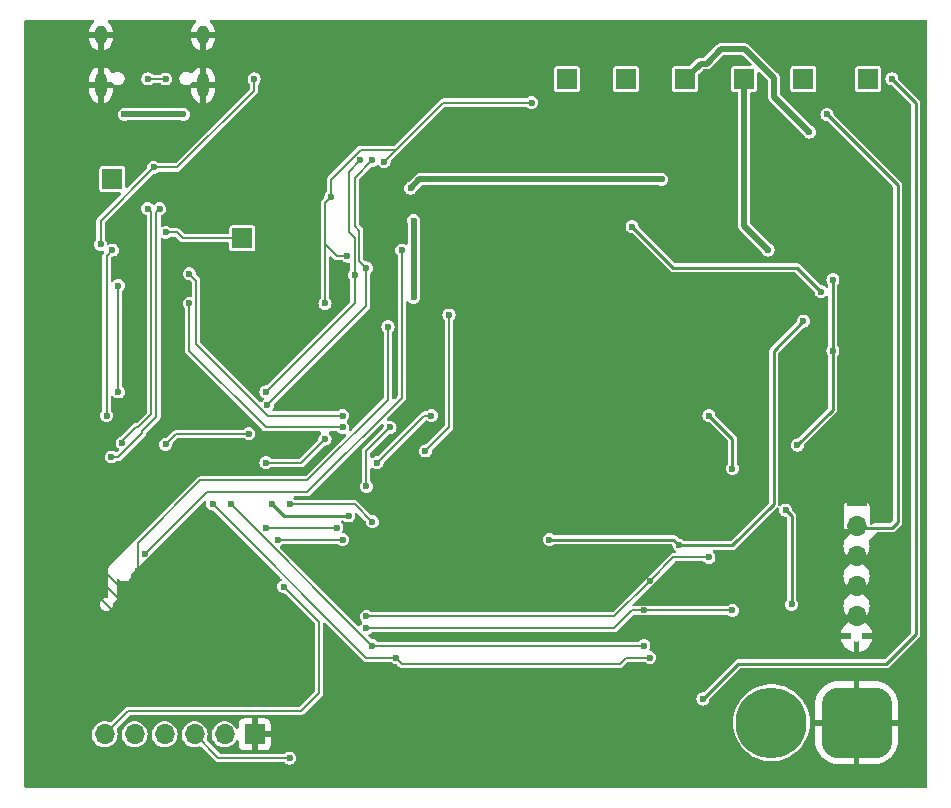
<source format=gbr>
%TF.GenerationSoftware,KiCad,Pcbnew,8.0.7*%
%TF.CreationDate,2024-12-30T10:45:42+13:00*%
%TF.ProjectId,Flight Computer V1,466c6967-6874-4204-936f-6d7075746572,rev?*%
%TF.SameCoordinates,Original*%
%TF.FileFunction,Copper,L2,Bot*%
%TF.FilePolarity,Positive*%
%FSLAX46Y46*%
G04 Gerber Fmt 4.6, Leading zero omitted, Abs format (unit mm)*
G04 Created by KiCad (PCBNEW 8.0.7) date 2024-12-30 10:45:42*
%MOMM*%
%LPD*%
G01*
G04 APERTURE LIST*
G04 Aperture macros list*
%AMRoundRect*
0 Rectangle with rounded corners*
0 $1 Rounding radius*
0 $2 $3 $4 $5 $6 $7 $8 $9 X,Y pos of 4 corners*
0 Add a 4 corners polygon primitive as box body*
4,1,4,$2,$3,$4,$5,$6,$7,$8,$9,$2,$3,0*
0 Add four circle primitives for the rounded corners*
1,1,$1+$1,$2,$3*
1,1,$1+$1,$4,$5*
1,1,$1+$1,$6,$7*
1,1,$1+$1,$8,$9*
0 Add four rect primitives between the rounded corners*
20,1,$1+$1,$2,$3,$4,$5,0*
20,1,$1+$1,$4,$5,$6,$7,0*
20,1,$1+$1,$6,$7,$8,$9,0*
20,1,$1+$1,$8,$9,$2,$3,0*%
G04 Aperture macros list end*
%TA.AperFunction,ComponentPad*%
%ADD10R,1.700000X1.700000*%
%TD*%
%TA.AperFunction,ComponentPad*%
%ADD11O,1.700000X1.700000*%
%TD*%
%TA.AperFunction,ComponentPad*%
%ADD12O,1.000000X1.600000*%
%TD*%
%TA.AperFunction,ComponentPad*%
%ADD13O,1.000000X2.100000*%
%TD*%
%TA.AperFunction,ComponentPad*%
%ADD14RoundRect,1.500000X1.500000X1.500000X-1.500000X1.500000X-1.500000X-1.500000X1.500000X-1.500000X0*%
%TD*%
%TA.AperFunction,ComponentPad*%
%ADD15C,6.000000*%
%TD*%
%TA.AperFunction,HeatsinkPad*%
%ADD16C,0.600000*%
%TD*%
%TA.AperFunction,ViaPad*%
%ADD17C,0.600000*%
%TD*%
%TA.AperFunction,Conductor*%
%ADD18C,0.254000*%
%TD*%
%TA.AperFunction,Conductor*%
%ADD19C,0.200000*%
%TD*%
%TA.AperFunction,Conductor*%
%ADD20C,0.500000*%
%TD*%
G04 APERTURE END LIST*
D10*
%TO.P,J7,1,Pin_1*%
%TO.N,/MCU/IO40*%
X155500000Y-105500000D03*
D11*
%TO.P,J7,2,Pin_2*%
%TO.N,/MCU/IO39*%
X155500000Y-108040000D03*
%TO.P,J7,3,Pin_3*%
%TO.N,/MCU/IO38*%
X155500000Y-110580000D03*
%TO.P,J7,4,Pin_4*%
%TO.N,/MCU/IO37*%
X155500000Y-113120000D03*
%TO.P,J7,5,Pin_5*%
%TO.N,/MCU/IO36*%
X155500000Y-115660000D03*
%TO.P,J7,6,Pin_6*%
%TO.N,/MCU/IO35*%
X155500000Y-118200000D03*
%TD*%
D10*
%TO.P,J6,1,Pin_1*%
%TO.N,/CAN Bus/CAN_RX*%
X201250000Y-125475000D03*
D11*
%TO.P,J6,2,Pin_2*%
%TO.N,/CAN Bus/CAN_TX*%
X203790000Y-125475000D03*
%TD*%
D10*
%TO.P,TP10,1,1*%
%TO.N,/Flashing/D+*%
X171500000Y-103000000D03*
%TD*%
%TO.P,TP9,1,1*%
%TO.N,/Flashing/D-*%
X160500000Y-98000000D03*
%TD*%
%TO.P,TP8,1,1*%
%TO.N,/Flashing/V_USB*%
X199000000Y-89500000D03*
%TD*%
%TO.P,TP7,1,1*%
%TO.N,+1V8*%
X204000000Y-89500000D03*
%TD*%
%TO.P,TP6,1,1*%
%TO.N,/Power/BATT_INPUT*%
X224500000Y-89500000D03*
%TD*%
%TO.P,TP5,1,1*%
%TO.N,+3V3*%
X209000000Y-89500000D03*
%TD*%
%TO.P,TP4,1,1*%
%TO.N,5V_BUS*%
X219000000Y-89500000D03*
%TD*%
%TO.P,TP3,1,1*%
%TO.N,+5V*%
X214000000Y-89500000D03*
%TD*%
D12*
%TO.P,J4,S1,SHIELD*%
%TO.N,GND*%
X159532500Y-85820000D03*
D13*
X159532500Y-90000000D03*
D12*
X168172500Y-85820000D03*
D13*
X168172500Y-90000000D03*
%TD*%
D11*
%TO.P,J3,6,Pin_6*%
%TO.N,/Flashing/DTR*%
X159840000Y-145000000D03*
%TO.P,J3,5,Pin_5*%
%TO.N,/Flashing/RX0*%
X162380000Y-145000000D03*
%TO.P,J3,4,Pin_4*%
%TO.N,/Flashing/TX0*%
X164920000Y-145000000D03*
%TO.P,J3,3,Pin_3*%
%TO.N,Net-(D5-A)*%
X167460000Y-145000000D03*
%TO.P,J3,2,Pin_2*%
%TO.N,unconnected-(J3-Pin_2-Pad2)*%
X170000000Y-145000000D03*
D10*
%TO.P,J3,1,Pin_1*%
%TO.N,GND*%
X172540000Y-145000000D03*
%TD*%
D14*
%TO.P,J2,1,Pin_1*%
%TO.N,GND*%
X223500000Y-144000000D03*
D15*
%TO.P,J2,2,Pin_2*%
%TO.N,/Power/BATT_INPUT*%
X216300000Y-144000000D03*
%TD*%
D10*
%TO.P,J1,1,Pin_1*%
%TO.N,unconnected-(J1-Pin_1-Pad1)*%
X223500000Y-124840000D03*
D11*
%TO.P,J1,2,Pin_2*%
%TO.N,5V_BUS*%
X223500000Y-127380000D03*
%TO.P,J1,3,Pin_3*%
%TO.N,CANH*%
X223500000Y-129920000D03*
%TO.P,J1,4,Pin_4*%
%TO.N,CANL*%
X223500000Y-132460000D03*
%TO.P,J1,5,Pin_5*%
%TO.N,GND*%
X223500000Y-135000000D03*
%TD*%
D16*
%TO.P,IC1,41,GND_3*%
%TO.N,GND*%
X169220000Y-129655000D03*
X167820000Y-129655000D03*
X169920000Y-130355000D03*
X168520000Y-130355000D03*
X167120000Y-130355000D03*
X169220000Y-131055000D03*
X167820000Y-131055000D03*
X169920000Y-131755000D03*
X168520000Y-131755000D03*
X167120000Y-131755000D03*
X169220000Y-132455000D03*
X167820000Y-132455000D03*
%TD*%
D17*
%TO.N,/CAN Bus/CAN_RX*%
X205500000Y-134500000D03*
%TO.N,/CAN Bus/CAN_TX*%
X206000000Y-132000000D03*
%TO.N,/MCU/IO40*%
X165565687Y-136934313D03*
%TO.N,/MCU/IO39*%
X165000000Y-137500000D03*
%TO.N,/MCU/IO38*%
X164000000Y-138000000D03*
%TO.N,/MCU/IO37*%
X163000000Y-138500000D03*
%TO.N,/MCU/IO36*%
X162500000Y-139500000D03*
%TO.N,/MCU/IO35*%
X161500000Y-140000000D03*
%TO.N,GND*%
X182500000Y-104000000D03*
X164000000Y-94500000D03*
%TO.N,/Flashing/EN*%
X180500000Y-126500000D03*
X174000000Y-125500000D03*
%TO.N,5V_BUS*%
X221000000Y-92500000D03*
%TO.N,/Power/BATT_INPUT*%
X226500000Y-89500000D03*
X210500000Y-142000000D03*
%TO.N,+1V8*%
X204500000Y-102000000D03*
X220500000Y-107500000D03*
%TO.N,+3V3*%
X221500000Y-112500000D03*
X221500000Y-106500000D03*
X218500000Y-120500000D03*
X211000000Y-118000000D03*
X213000000Y-122500000D03*
X217500000Y-126000000D03*
X218000000Y-134000000D03*
%TO.N,+5V*%
X197500000Y-128500000D03*
X208500000Y-129000000D03*
X219000000Y-110000000D03*
%TO.N,/MCU/INA_ALERT*%
X178500000Y-120000000D03*
X173500000Y-122000000D03*
%TO.N,/ADXL375/SDA*%
X206000000Y-138500000D03*
%TO.N,/ADXL375/SCL*%
X205500000Y-137500000D03*
%TO.N,/CAN Bus/CAN_TX*%
X211000000Y-130000000D03*
%TO.N,/CAN Bus/CAN_RX*%
X213000000Y-134500000D03*
X182000000Y-136000000D03*
%TO.N,/CAN Bus/CAN_TX*%
X182000000Y-135000000D03*
%TO.N,/Flashing/DTR*%
X175000000Y-132500000D03*
%TO.N,/ADXL375/ADXL_INT2*%
X173500000Y-127500000D03*
X179500000Y-127500000D03*
%TO.N,/ADXL375/ADXL_INT1*%
X180000000Y-128500000D03*
X174500000Y-128500000D03*
%TO.N,/Flashing/DTR*%
X167000000Y-106000000D03*
X180000000Y-118000000D03*
%TO.N,/Flashing/RTS*%
X180000000Y-119000000D03*
X167000000Y-108500000D03*
%TO.N,+3V3*%
X172049265Y-119549265D03*
X165000000Y-120450600D03*
%TO.N,/Flashing/D-*%
X163475524Y-100478585D03*
%TO.N,/Flashing/D+*%
X164500000Y-100500000D03*
%TO.N,/Flashing/D-*%
X161325735Y-120325735D03*
%TO.N,/Flashing/D+*%
X160400000Y-121500000D03*
%TO.N,/ICM20948 IMU1/ICM_INT*%
X183835000Y-110467944D03*
X162674265Y-131174265D03*
%TO.N,/ICM20948 IMU/ICM_INT*%
X185000000Y-104000000D03*
X163250000Y-129750000D03*
%TO.N,GND*%
X181977280Y-101600000D03*
X182000000Y-111000000D03*
%TO.N,+1V8*%
X180400000Y-104500000D03*
X178500000Y-108500000D03*
X179000000Y-99500000D03*
X183500000Y-96500000D03*
X196000000Y-91500000D03*
%TO.N,+3V3*%
X182500000Y-127000000D03*
X175500000Y-125500000D03*
X186000000Y-108000000D03*
X186000000Y-101500000D03*
X185750000Y-98750000D03*
X207000000Y-98000000D03*
X160500000Y-104000000D03*
X160000000Y-118000000D03*
%TO.N,Net-(U11-~{RST})*%
X161000000Y-107000000D03*
X161000000Y-116000000D03*
%TO.N,/Flashing/D+*%
X165000000Y-102500000D03*
%TO.N,/Flashing/V_USB*%
X159500000Y-103500000D03*
X164000000Y-97000000D03*
X172500000Y-89500000D03*
%TO.N,/Flashing/USB-*%
X163500000Y-89500000D03*
X165000000Y-89500000D03*
%TO.N,/Flashing/VBUS*%
X166500000Y-92500000D03*
X161500000Y-92500000D03*
%TO.N,+3V3*%
X219500000Y-94000000D03*
%TO.N,+5V*%
X216005000Y-103995000D03*
%TO.N,/Flashing/IO0*%
X182900000Y-122000000D03*
%TO.N,/Flashing/DTR*%
X184000000Y-119000000D03*
X182000000Y-124000000D03*
%TO.N,/Flashing/IO0*%
X187500000Y-118000000D03*
%TO.N,/Flashing/EN*%
X187000000Y-121000000D03*
X189000000Y-109500000D03*
%TO.N,/ADXL375/SDA*%
X181500000Y-96385000D03*
%TO.N,/ADXL375/SCL*%
X182500000Y-96385000D03*
X182000000Y-105500000D03*
%TO.N,/ADXL375/SDA*%
X181000000Y-106100000D03*
%TO.N,/ADXL375/SCL*%
X173625000Y-117125000D03*
%TO.N,/ADXL375/SDA*%
X173500000Y-116000000D03*
%TO.N,Net-(D5-A)*%
X175500000Y-147000000D03*
%TO.N,/ADXL375/SCL*%
X182500000Y-137500000D03*
X170500000Y-125500000D03*
%TO.N,/ADXL375/SDA*%
X169000000Y-125500000D03*
X184500000Y-138500000D03*
%TD*%
D18*
%TO.N,5V_BUS*%
X221000000Y-92500000D02*
X227000000Y-98500000D01*
X227000000Y-98500000D02*
X227000000Y-127000000D01*
X227000000Y-127000000D02*
X226500000Y-127500000D01*
X226500000Y-127500000D02*
X223620000Y-127500000D01*
X223620000Y-127500000D02*
X223500000Y-127380000D01*
D19*
%TO.N,/CAN Bus/CAN_RX*%
X204500000Y-134500000D02*
X205500000Y-134500000D01*
X205500000Y-134500000D02*
X213000000Y-134500000D01*
%TO.N,/CAN Bus/CAN_TX*%
X208000000Y-130000000D02*
X206000000Y-132000000D01*
X206000000Y-132000000D02*
X203000000Y-135000000D01*
%TO.N,/MCU/IO37*%
X157050000Y-114670000D02*
X155500000Y-113120000D01*
X163000000Y-138500000D02*
X157050000Y-132550000D01*
X157050000Y-132550000D02*
X157050000Y-114670000D01*
%TO.N,/MCU/IO40*%
X159251471Y-130620097D02*
X165565687Y-136934313D01*
X159251471Y-109251471D02*
X159251471Y-130620097D01*
X155500000Y-105500000D02*
X159251471Y-109251471D01*
%TO.N,/MCU/IO39*%
X158400000Y-130900000D02*
X158400000Y-110940000D01*
X165000000Y-137500000D02*
X158400000Y-130900000D01*
X158400000Y-110940000D02*
X155500000Y-108040000D01*
%TO.N,/MCU/IO38*%
X164000000Y-138000000D02*
X158000000Y-132000000D01*
X158000000Y-132000000D02*
X158000000Y-113080000D01*
X158000000Y-113080000D02*
X155500000Y-110580000D01*
%TO.N,/ICM20948 IMU1/ICM_INT*%
X162674265Y-131174265D02*
X162674265Y-130022794D01*
X162674265Y-130022794D02*
X162650000Y-129998529D01*
X162650000Y-128784314D02*
X167934314Y-123500000D01*
X167934314Y-123500000D02*
X177000000Y-123500000D01*
X177000000Y-123500000D02*
X183835000Y-116665000D01*
X183835000Y-116665000D02*
X183835000Y-110467944D01*
X162650000Y-129998529D02*
X162650000Y-128784314D01*
%TO.N,/ICM20948 IMU/ICM_INT*%
X177000000Y-124500000D02*
X185000000Y-116500000D01*
X163250000Y-129750000D02*
X168500000Y-124500000D01*
X168500000Y-124500000D02*
X177000000Y-124500000D01*
X185000000Y-116500000D02*
X185000000Y-104000000D01*
%TO.N,/MCU/IO36*%
X156650000Y-133650000D02*
X162500000Y-139500000D01*
X156650000Y-116810000D02*
X156650000Y-133650000D01*
X155500000Y-115660000D02*
X156650000Y-116810000D01*
%TO.N,/MCU/IO35*%
X155500000Y-134000000D02*
X161500000Y-140000000D01*
X155500000Y-118200000D02*
X155500000Y-134000000D01*
D18*
%TO.N,/Flashing/EN*%
X175000000Y-126500000D02*
X174000000Y-125500000D01*
X180500000Y-126500000D02*
X175000000Y-126500000D01*
%TO.N,/Power/BATT_INPUT*%
X228500000Y-135500000D02*
X228500000Y-91500000D01*
X213500000Y-139000000D02*
X226000000Y-139000000D01*
X228500000Y-91500000D02*
X226500000Y-89500000D01*
X210500000Y-142000000D02*
X213500000Y-139000000D01*
X226000000Y-139000000D02*
X228500000Y-136500000D01*
X228500000Y-136500000D02*
X228500000Y-135500000D01*
%TO.N,+1V8*%
X208000000Y-105500000D02*
X204500000Y-102000000D01*
X220500000Y-107500000D02*
X218500000Y-105500000D01*
X218500000Y-105500000D02*
X208000000Y-105500000D01*
%TO.N,+3V3*%
X218500000Y-120500000D02*
X221500000Y-117500000D01*
X221500000Y-117500000D02*
X221500000Y-106500000D01*
%TO.N,+5V*%
X208500000Y-129000000D02*
X213000000Y-129000000D01*
X213000000Y-129000000D02*
X216500000Y-125500000D01*
X216500000Y-112500000D02*
X219000000Y-110000000D01*
X216500000Y-125500000D02*
X216500000Y-112500000D01*
%TO.N,+3V3*%
X213000000Y-120000000D02*
X211000000Y-118000000D01*
X213000000Y-122500000D02*
X213000000Y-120000000D01*
X218000000Y-126500000D02*
X217500000Y-126000000D01*
X218000000Y-134000000D02*
X218000000Y-126500000D01*
%TO.N,+5V*%
X208000000Y-128500000D02*
X197500000Y-128500000D01*
X208500000Y-129000000D02*
X208000000Y-128500000D01*
D19*
%TO.N,/MCU/INA_ALERT*%
X176500000Y-122000000D02*
X178500000Y-120000000D01*
X173500000Y-122000000D02*
X176500000Y-122000000D01*
%TO.N,/ADXL375/SCL*%
X205500000Y-137500000D02*
X182500000Y-137500000D01*
%TO.N,/ADXL375/SDA*%
X184500000Y-138500000D02*
X185000000Y-139000000D01*
X185000000Y-139000000D02*
X203500000Y-139000000D01*
X203500000Y-139000000D02*
X204000000Y-138500000D01*
X204000000Y-138500000D02*
X206000000Y-138500000D01*
%TO.N,/CAN Bus/CAN_RX*%
X182000000Y-136000000D02*
X203000000Y-136000000D01*
X203000000Y-136000000D02*
X204500000Y-134500000D01*
%TO.N,/CAN Bus/CAN_TX*%
X211000000Y-130000000D02*
X208000000Y-130000000D01*
X203000000Y-135000000D02*
X182000000Y-135000000D01*
%TO.N,/Flashing/DTR*%
X178000000Y-135500000D02*
X178000000Y-141500000D01*
X178000000Y-141500000D02*
X176500000Y-143000000D01*
X175000000Y-132500000D02*
X178000000Y-135500000D01*
X176500000Y-143000000D02*
X161840000Y-143000000D01*
X161840000Y-143000000D02*
X159840000Y-145000000D01*
X182000000Y-121000000D02*
X184000000Y-119000000D01*
X182000000Y-124000000D02*
X182000000Y-121000000D01*
%TO.N,/ADXL375/ADXL_INT2*%
X179500000Y-127500000D02*
X173500000Y-127500000D01*
%TO.N,/ADXL375/ADXL_INT1*%
X174500000Y-128500000D02*
X180000000Y-128500000D01*
%TO.N,/Flashing/DTR*%
X167600000Y-106600000D02*
X167600000Y-111948529D01*
X167000000Y-106000000D02*
X167600000Y-106600000D01*
X167600000Y-111948529D02*
X173651471Y-118000000D01*
X173651471Y-118000000D02*
X180000000Y-118000000D01*
%TO.N,/Flashing/RTS*%
X180000000Y-119000000D02*
X173500000Y-119000000D01*
X173500000Y-119000000D02*
X167000000Y-112500000D01*
X167000000Y-112500000D02*
X167000000Y-108500000D01*
%TO.N,+3V3*%
X172049265Y-119549265D02*
X165901335Y-119549265D01*
X165901335Y-119549265D02*
X165000000Y-120450600D01*
%TO.N,/Flashing/D-*%
X163775000Y-117906800D02*
X163775000Y-100775000D01*
X163478585Y-100478585D02*
X163475524Y-100478585D01*
X161325735Y-120174265D02*
X162500000Y-119000000D01*
X162500000Y-119000000D02*
X162681800Y-119000000D01*
X161325735Y-120325735D02*
X161325735Y-120174265D01*
X162681800Y-119000000D02*
X163775000Y-117906800D01*
X163775000Y-100775000D02*
X163478585Y-100478585D01*
%TO.N,/Flashing/D+*%
X164225000Y-100775000D02*
X164500000Y-100500000D01*
X164225000Y-101000000D02*
X164225000Y-100775000D01*
X163000000Y-119318200D02*
X164225000Y-118093200D01*
X161000000Y-121500000D02*
X163000000Y-119500000D01*
X163000000Y-119500000D02*
X163000000Y-119318200D01*
X164225000Y-118093200D02*
X164225000Y-101000000D01*
X160400000Y-121500000D02*
X161000000Y-121500000D01*
%TO.N,/ADXL375/SCL*%
X182000000Y-105500000D02*
X181400000Y-104900000D01*
X181000000Y-101967157D02*
X181000000Y-97885000D01*
X181400000Y-104900000D02*
X181400000Y-102367157D01*
X181400000Y-102367157D02*
X181000000Y-101967157D01*
X181000000Y-97885000D02*
X182500000Y-96385000D01*
%TO.N,/ADXL375/SDA*%
X181500000Y-96385000D02*
X180500000Y-97385000D01*
X180500000Y-97385000D02*
X180500000Y-102500000D01*
X180500000Y-102500000D02*
X181000000Y-103000000D01*
X181000000Y-103000000D02*
X181000000Y-106100000D01*
%TO.N,/ADXL375/SCL*%
X182000000Y-105500000D02*
X182000000Y-108750000D01*
X182000000Y-108750000D02*
X173625000Y-117125000D01*
%TO.N,+1V8*%
X179500000Y-104500000D02*
X180400000Y-104500000D01*
X178500000Y-103500000D02*
X179500000Y-104500000D01*
X178500000Y-100000000D02*
X178500000Y-103500000D01*
X178500000Y-103500000D02*
X178500000Y-108500000D01*
X179000000Y-99500000D02*
X178500000Y-100000000D01*
X181536471Y-95500000D02*
X179000000Y-98036471D01*
X188500000Y-91500000D02*
X184500000Y-95500000D01*
X179000000Y-98036471D02*
X179000000Y-99500000D01*
X184500000Y-95500000D02*
X181536471Y-95500000D01*
X184500000Y-95500000D02*
X183500000Y-96500000D01*
X196000000Y-91500000D02*
X188500000Y-91500000D01*
D20*
%TO.N,+3V3*%
X186000000Y-108000000D02*
X186000000Y-101500000D01*
X185750000Y-98750000D02*
X186500000Y-98000000D01*
X186500000Y-98000000D02*
X207000000Y-98000000D01*
D19*
X181000000Y-125500000D02*
X182500000Y-127000000D01*
X175500000Y-125500000D02*
X181000000Y-125500000D01*
X160000000Y-104500000D02*
X160500000Y-104000000D01*
X160000000Y-118000000D02*
X160000000Y-104500000D01*
%TO.N,Net-(U11-~{RST})*%
X161000000Y-116000000D02*
X161000000Y-107000000D01*
%TO.N,/Flashing/D+*%
X166000000Y-102500000D02*
X166500000Y-103000000D01*
X166500000Y-103000000D02*
X171500000Y-103000000D01*
X165000000Y-102500000D02*
X166000000Y-102500000D01*
%TO.N,/Flashing/V_USB*%
X159500000Y-101500000D02*
X159500000Y-103500000D01*
X164000000Y-97000000D02*
X159500000Y-101500000D01*
X166000000Y-97000000D02*
X164000000Y-97000000D01*
X172500000Y-90500000D02*
X166000000Y-97000000D01*
X172500000Y-89500000D02*
X172500000Y-90500000D01*
%TO.N,/Flashing/USB-*%
X163500000Y-89500000D02*
X165000000Y-89500000D01*
D20*
%TO.N,/Flashing/VBUS*%
X161500000Y-92500000D02*
X166500000Y-92500000D01*
%TO.N,+3V3*%
X216500000Y-89500000D02*
X216500000Y-91000000D01*
X216500000Y-91000000D02*
X219500000Y-94000000D01*
X214100000Y-87000000D02*
X216500000Y-89400000D01*
X210300000Y-88200000D02*
X210800000Y-88200000D01*
X210800000Y-88200000D02*
X212000000Y-87000000D01*
X212000000Y-87000000D02*
X214100000Y-87000000D01*
X216500000Y-89400000D02*
X216500000Y-89500000D01*
X209000000Y-89500000D02*
X210300000Y-88200000D01*
%TO.N,+5V*%
X214000000Y-101990000D02*
X216005000Y-103995000D01*
X214000000Y-89500000D02*
X214000000Y-101990000D01*
D19*
%TO.N,/Flashing/IO0*%
X186900000Y-118000000D02*
X182900000Y-122000000D01*
X187500000Y-118000000D02*
X186900000Y-118000000D01*
%TO.N,/Flashing/EN*%
X189000000Y-109500000D02*
X189000000Y-119000000D01*
X189000000Y-119000000D02*
X187000000Y-121000000D01*
%TO.N,/ADXL375/SDA*%
X181000000Y-106100000D02*
X181000000Y-108500000D01*
X173500000Y-116000000D02*
X181000000Y-108500000D01*
%TO.N,Net-(D5-A)*%
X169460000Y-147000000D02*
X175500000Y-147000000D01*
X167460000Y-145000000D02*
X169460000Y-147000000D01*
%TO.N,/ADXL375/SCL*%
X170500000Y-125500000D02*
X182500000Y-137500000D01*
%TO.N,/ADXL375/SDA*%
X182000000Y-138500000D02*
X169000000Y-125500000D01*
X184500000Y-138500000D02*
X182000000Y-138500000D01*
%TD*%
%TA.AperFunction,Conductor*%
%TO.N,GND*%
G36*
X158916602Y-84520185D02*
G01*
X158962357Y-84572989D01*
X158972301Y-84642147D01*
X158943276Y-84705703D01*
X158918454Y-84727602D01*
X158895036Y-84743248D01*
X158755751Y-84882533D01*
X158755748Y-84882537D01*
X158646314Y-85046315D01*
X158646307Y-85046328D01*
X158570930Y-85228306D01*
X158570927Y-85228318D01*
X158532500Y-85421504D01*
X158532500Y-85570000D01*
X159232500Y-85570000D01*
X159232500Y-86070000D01*
X158532500Y-86070000D01*
X158532500Y-86218495D01*
X158570927Y-86411681D01*
X158570930Y-86411693D01*
X158646307Y-86593671D01*
X158646314Y-86593684D01*
X158755748Y-86757462D01*
X158755751Y-86757466D01*
X158895033Y-86896748D01*
X158895037Y-86896751D01*
X159058815Y-87006185D01*
X159058828Y-87006192D01*
X159240808Y-87081569D01*
X159282500Y-87089862D01*
X159282500Y-86286988D01*
X159292440Y-86304205D01*
X159348295Y-86360060D01*
X159416704Y-86399556D01*
X159493004Y-86420000D01*
X159571996Y-86420000D01*
X159648296Y-86399556D01*
X159716705Y-86360060D01*
X159772560Y-86304205D01*
X159782500Y-86286988D01*
X159782500Y-87089862D01*
X159824190Y-87081569D01*
X159824192Y-87081569D01*
X160006171Y-87006192D01*
X160006184Y-87006185D01*
X160169962Y-86896751D01*
X160169966Y-86896748D01*
X160309248Y-86757466D01*
X160309251Y-86757462D01*
X160418685Y-86593684D01*
X160418692Y-86593671D01*
X160494069Y-86411693D01*
X160494072Y-86411681D01*
X160532499Y-86218495D01*
X160532500Y-86218492D01*
X160532500Y-86070000D01*
X159832500Y-86070000D01*
X159832500Y-85570000D01*
X160532500Y-85570000D01*
X160532500Y-85421508D01*
X160532499Y-85421504D01*
X160494072Y-85228318D01*
X160494069Y-85228306D01*
X160418692Y-85046328D01*
X160418685Y-85046315D01*
X160309251Y-84882537D01*
X160309248Y-84882533D01*
X160169963Y-84743248D01*
X160146546Y-84727602D01*
X160101741Y-84673990D01*
X160093034Y-84604665D01*
X160123188Y-84541638D01*
X160182631Y-84504918D01*
X160215437Y-84500500D01*
X167489563Y-84500500D01*
X167556602Y-84520185D01*
X167602357Y-84572989D01*
X167612301Y-84642147D01*
X167583276Y-84705703D01*
X167558454Y-84727602D01*
X167535036Y-84743248D01*
X167395751Y-84882533D01*
X167395748Y-84882537D01*
X167286314Y-85046315D01*
X167286307Y-85046328D01*
X167210930Y-85228306D01*
X167210927Y-85228318D01*
X167172500Y-85421504D01*
X167172500Y-85570000D01*
X167872500Y-85570000D01*
X167872500Y-86070000D01*
X167172500Y-86070000D01*
X167172500Y-86218495D01*
X167210927Y-86411681D01*
X167210930Y-86411693D01*
X167286307Y-86593671D01*
X167286314Y-86593684D01*
X167395748Y-86757462D01*
X167395751Y-86757466D01*
X167535033Y-86896748D01*
X167535037Y-86896751D01*
X167698815Y-87006185D01*
X167698828Y-87006192D01*
X167880808Y-87081569D01*
X167922500Y-87089862D01*
X167922500Y-86286988D01*
X167932440Y-86304205D01*
X167988295Y-86360060D01*
X168056704Y-86399556D01*
X168133004Y-86420000D01*
X168211996Y-86420000D01*
X168288296Y-86399556D01*
X168356705Y-86360060D01*
X168412560Y-86304205D01*
X168422500Y-86286988D01*
X168422500Y-87089862D01*
X168464190Y-87081569D01*
X168464192Y-87081569D01*
X168646171Y-87006192D01*
X168646184Y-87006185D01*
X168809962Y-86896751D01*
X168809966Y-86896748D01*
X168949248Y-86757466D01*
X168949251Y-86757462D01*
X169058685Y-86593684D01*
X169058692Y-86593671D01*
X169134069Y-86411693D01*
X169134072Y-86411681D01*
X169172499Y-86218495D01*
X169172500Y-86218492D01*
X169172500Y-86070000D01*
X168472500Y-86070000D01*
X168472500Y-85570000D01*
X169172500Y-85570000D01*
X169172500Y-85421508D01*
X169172499Y-85421504D01*
X169134072Y-85228318D01*
X169134069Y-85228306D01*
X169058692Y-85046328D01*
X169058685Y-85046315D01*
X168949251Y-84882537D01*
X168949248Y-84882533D01*
X168809963Y-84743248D01*
X168786546Y-84727602D01*
X168741741Y-84673990D01*
X168733034Y-84604665D01*
X168763188Y-84541638D01*
X168822631Y-84504918D01*
X168855437Y-84500500D01*
X229375500Y-84500500D01*
X229442539Y-84520185D01*
X229488294Y-84572989D01*
X229499500Y-84624500D01*
X229499500Y-149375500D01*
X229479815Y-149442539D01*
X229427011Y-149488294D01*
X229375500Y-149499500D01*
X153124500Y-149499500D01*
X153057461Y-149479815D01*
X153011706Y-149427011D01*
X153000500Y-149375500D01*
X153000500Y-144999999D01*
X158734785Y-144999999D01*
X158734785Y-145000000D01*
X158753602Y-145203082D01*
X158809417Y-145399247D01*
X158809422Y-145399260D01*
X158900327Y-145581821D01*
X159023237Y-145744581D01*
X159173958Y-145881980D01*
X159173960Y-145881982D01*
X159273141Y-145943392D01*
X159347363Y-145989348D01*
X159537544Y-146063024D01*
X159738024Y-146100500D01*
X159738026Y-146100500D01*
X159941974Y-146100500D01*
X159941976Y-146100500D01*
X160142456Y-146063024D01*
X160332637Y-145989348D01*
X160506041Y-145881981D01*
X160656764Y-145744579D01*
X160779673Y-145581821D01*
X160870582Y-145399250D01*
X160926397Y-145203083D01*
X160945215Y-145000000D01*
X160945215Y-144999999D01*
X161274785Y-144999999D01*
X161274785Y-145000000D01*
X161293602Y-145203082D01*
X161349417Y-145399247D01*
X161349422Y-145399260D01*
X161440327Y-145581821D01*
X161563237Y-145744581D01*
X161713958Y-145881980D01*
X161713960Y-145881982D01*
X161813141Y-145943392D01*
X161887363Y-145989348D01*
X162077544Y-146063024D01*
X162278024Y-146100500D01*
X162278026Y-146100500D01*
X162481974Y-146100500D01*
X162481976Y-146100500D01*
X162682456Y-146063024D01*
X162872637Y-145989348D01*
X163046041Y-145881981D01*
X163196764Y-145744579D01*
X163319673Y-145581821D01*
X163410582Y-145399250D01*
X163466397Y-145203083D01*
X163485215Y-145000000D01*
X163485215Y-144999999D01*
X163814785Y-144999999D01*
X163814785Y-145000000D01*
X163833602Y-145203082D01*
X163889417Y-145399247D01*
X163889422Y-145399260D01*
X163980327Y-145581821D01*
X164103237Y-145744581D01*
X164253958Y-145881980D01*
X164253960Y-145881982D01*
X164353141Y-145943392D01*
X164427363Y-145989348D01*
X164617544Y-146063024D01*
X164818024Y-146100500D01*
X164818026Y-146100500D01*
X165021974Y-146100500D01*
X165021976Y-146100500D01*
X165222456Y-146063024D01*
X165412637Y-145989348D01*
X165586041Y-145881981D01*
X165736764Y-145744579D01*
X165859673Y-145581821D01*
X165950582Y-145399250D01*
X166006397Y-145203083D01*
X166025215Y-145000000D01*
X166025215Y-144999999D01*
X166354785Y-144999999D01*
X166354785Y-145000000D01*
X166373602Y-145203082D01*
X166429417Y-145399247D01*
X166429422Y-145399260D01*
X166520327Y-145581821D01*
X166643237Y-145744581D01*
X166793958Y-145881980D01*
X166793960Y-145881982D01*
X166893141Y-145943392D01*
X166967363Y-145989348D01*
X167157544Y-146063024D01*
X167358024Y-146100500D01*
X167358026Y-146100500D01*
X167561974Y-146100500D01*
X167561976Y-146100500D01*
X167762456Y-146063024D01*
X167878037Y-146018247D01*
X167947658Y-146012385D01*
X168009399Y-146045094D01*
X168010511Y-146046193D01*
X169244788Y-147280470D01*
X169324712Y-147326614D01*
X169413856Y-147350500D01*
X175013908Y-147350500D01*
X175080947Y-147370185D01*
X175100412Y-147388086D01*
X175101628Y-147386871D01*
X175107372Y-147392615D01*
X175107377Y-147392619D01*
X175107379Y-147392621D01*
X175222375Y-147480861D01*
X175356291Y-147536330D01*
X175483280Y-147553048D01*
X175499999Y-147555250D01*
X175500000Y-147555250D01*
X175500001Y-147555250D01*
X175514977Y-147553278D01*
X175643709Y-147536330D01*
X175777625Y-147480861D01*
X175892621Y-147392621D01*
X175980861Y-147277625D01*
X176036330Y-147143709D01*
X176055250Y-147000000D01*
X176036330Y-146856291D01*
X175980861Y-146722375D01*
X175892621Y-146607379D01*
X175777625Y-146519139D01*
X175777624Y-146519138D01*
X175777622Y-146519137D01*
X175643712Y-146463671D01*
X175643710Y-146463670D01*
X175643709Y-146463670D01*
X175571854Y-146454210D01*
X175500001Y-146444750D01*
X175499999Y-146444750D01*
X175356291Y-146463670D01*
X175356287Y-146463671D01*
X175222377Y-146519137D01*
X175107372Y-146607384D01*
X175101628Y-146613129D01*
X175099111Y-146610612D01*
X175055817Y-146642203D01*
X175013908Y-146649500D01*
X169656544Y-146649500D01*
X169589505Y-146629815D01*
X169568863Y-146613181D01*
X168508576Y-145552894D01*
X168475091Y-145491571D01*
X168480075Y-145421879D01*
X168485251Y-145409954D01*
X168490582Y-145399250D01*
X168546397Y-145203083D01*
X168565215Y-145000000D01*
X168565215Y-144999999D01*
X168894785Y-144999999D01*
X168894785Y-145000000D01*
X168913602Y-145203082D01*
X168969417Y-145399247D01*
X168969422Y-145399260D01*
X169060327Y-145581821D01*
X169183237Y-145744581D01*
X169333958Y-145881980D01*
X169333960Y-145881982D01*
X169433141Y-145943392D01*
X169507363Y-145989348D01*
X169697544Y-146063024D01*
X169898024Y-146100500D01*
X169898026Y-146100500D01*
X170101974Y-146100500D01*
X170101976Y-146100500D01*
X170302456Y-146063024D01*
X170492637Y-145989348D01*
X170666041Y-145881981D01*
X170816764Y-145744579D01*
X170939673Y-145581821D01*
X170944845Y-145571434D01*
X170955000Y-145551041D01*
X171002503Y-145499803D01*
X171070165Y-145482382D01*
X171136506Y-145504307D01*
X171180461Y-145558619D01*
X171190000Y-145606312D01*
X171190000Y-145897844D01*
X171196401Y-145957372D01*
X171196403Y-145957379D01*
X171246645Y-146092086D01*
X171246649Y-146092093D01*
X171332809Y-146207187D01*
X171332812Y-146207190D01*
X171447906Y-146293350D01*
X171447913Y-146293354D01*
X171582620Y-146343596D01*
X171582627Y-146343598D01*
X171642155Y-146349999D01*
X171642172Y-146350000D01*
X172290000Y-146350000D01*
X172290000Y-145433012D01*
X172347007Y-145465925D01*
X172474174Y-145500000D01*
X172605826Y-145500000D01*
X172732993Y-145465925D01*
X172790000Y-145433012D01*
X172790000Y-146350000D01*
X173437828Y-146350000D01*
X173437844Y-146349999D01*
X173497372Y-146343598D01*
X173497379Y-146343596D01*
X173632086Y-146293354D01*
X173632093Y-146293350D01*
X173747187Y-146207190D01*
X173747190Y-146207187D01*
X173833350Y-146092093D01*
X173833354Y-146092086D01*
X173883596Y-145957379D01*
X173883598Y-145957372D01*
X173889999Y-145897844D01*
X173890000Y-145897827D01*
X173890000Y-145250000D01*
X172973012Y-145250000D01*
X173005925Y-145192993D01*
X173040000Y-145065826D01*
X173040000Y-144934174D01*
X173005925Y-144807007D01*
X172973012Y-144750000D01*
X173890000Y-144750000D01*
X173890000Y-144102172D01*
X173889999Y-144102155D01*
X173883598Y-144042627D01*
X173883596Y-144042620D01*
X173867699Y-143999997D01*
X213044726Y-143999997D01*
X213044726Y-144000002D01*
X213063808Y-144351954D01*
X213120833Y-144699793D01*
X213120834Y-144699796D01*
X213215126Y-145039408D01*
X213215127Y-145039410D01*
X213345588Y-145366844D01*
X213345597Y-145366862D01*
X213454055Y-145571434D01*
X213510695Y-145678269D01*
X213699936Y-145957379D01*
X213708498Y-145970006D01*
X213708505Y-145970016D01*
X213913626Y-146211502D01*
X213936686Y-146238650D01*
X214192580Y-146481046D01*
X214192587Y-146481051D01*
X214192589Y-146481053D01*
X214258064Y-146530826D01*
X214473182Y-146694354D01*
X214775202Y-146876074D01*
X214775206Y-146876075D01*
X214775210Y-146876078D01*
X215095088Y-147024070D01*
X215095092Y-147024070D01*
X215095099Y-147024074D01*
X215429122Y-147136619D01*
X215773355Y-147212391D01*
X216123763Y-147250500D01*
X216123769Y-147250500D01*
X216476231Y-147250500D01*
X216476237Y-147250500D01*
X216826645Y-147212391D01*
X217170878Y-147136619D01*
X217504901Y-147024074D01*
X217504908Y-147024070D01*
X217504911Y-147024070D01*
X217824789Y-146876078D01*
X217824798Y-146876074D01*
X218126818Y-146694354D01*
X218407420Y-146481046D01*
X218663314Y-146238650D01*
X218891501Y-145970008D01*
X219089305Y-145678269D01*
X219254407Y-145366854D01*
X219384871Y-145039414D01*
X219479168Y-144699788D01*
X219536191Y-144351957D01*
X219554696Y-144010655D01*
X219555274Y-144000002D01*
X219555274Y-143999997D01*
X219536191Y-143648045D01*
X219536191Y-143648043D01*
X219479168Y-143300212D01*
X219436704Y-143147271D01*
X219384873Y-142960591D01*
X219384872Y-142960589D01*
X219254411Y-142633155D01*
X219254402Y-142633137D01*
X219203077Y-142536328D01*
X219145944Y-142428563D01*
X220000000Y-142428563D01*
X220000000Y-143750000D01*
X221263498Y-143750000D01*
X221250000Y-143852527D01*
X221250000Y-144147473D01*
X221263498Y-144250000D01*
X220000000Y-144250000D01*
X220000000Y-145571436D01*
X220015300Y-145785362D01*
X220076109Y-146064895D01*
X220176091Y-146332958D01*
X220313191Y-146584038D01*
X220313192Y-146584039D01*
X220484639Y-146813065D01*
X220484649Y-146813077D01*
X220686922Y-147015350D01*
X220686934Y-147015360D01*
X220915960Y-147186807D01*
X220915961Y-147186808D01*
X221167042Y-147323908D01*
X221167041Y-147323908D01*
X221435104Y-147423890D01*
X221714637Y-147484699D01*
X221928563Y-147499999D01*
X221928566Y-147500000D01*
X223250000Y-147500000D01*
X223250000Y-146236502D01*
X223352527Y-146250000D01*
X223647473Y-146250000D01*
X223750000Y-146236502D01*
X223750000Y-147500000D01*
X225071434Y-147500000D01*
X225071436Y-147499999D01*
X225285362Y-147484699D01*
X225564895Y-147423890D01*
X225832958Y-147323908D01*
X226084038Y-147186808D01*
X226084039Y-147186807D01*
X226313065Y-147015360D01*
X226313077Y-147015350D01*
X226515350Y-146813077D01*
X226515360Y-146813065D01*
X226686807Y-146584039D01*
X226686808Y-146584038D01*
X226823908Y-146332958D01*
X226923890Y-146064895D01*
X226984699Y-145785362D01*
X226999999Y-145571436D01*
X227000000Y-145571434D01*
X227000000Y-144250000D01*
X225736502Y-144250000D01*
X225750000Y-144147473D01*
X225750000Y-143852527D01*
X225736502Y-143750000D01*
X227000000Y-143750000D01*
X227000000Y-142428566D01*
X226999999Y-142428563D01*
X226984699Y-142214637D01*
X226923890Y-141935104D01*
X226823908Y-141667041D01*
X226686808Y-141415961D01*
X226686807Y-141415960D01*
X226515360Y-141186934D01*
X226515350Y-141186922D01*
X226313077Y-140984649D01*
X226313065Y-140984639D01*
X226084039Y-140813192D01*
X226084038Y-140813191D01*
X225832957Y-140676091D01*
X225832958Y-140676091D01*
X225564895Y-140576109D01*
X225285362Y-140515300D01*
X225071436Y-140500000D01*
X223750000Y-140500000D01*
X223750000Y-141763497D01*
X223647473Y-141750000D01*
X223352527Y-141750000D01*
X223250000Y-141763497D01*
X223250000Y-140500000D01*
X221928563Y-140500000D01*
X221714637Y-140515300D01*
X221435104Y-140576109D01*
X221167041Y-140676091D01*
X220915961Y-140813191D01*
X220915960Y-140813192D01*
X220686934Y-140984639D01*
X220686922Y-140984649D01*
X220484649Y-141186922D01*
X220484639Y-141186934D01*
X220313192Y-141415960D01*
X220313191Y-141415961D01*
X220176091Y-141667041D01*
X220076109Y-141935104D01*
X220015300Y-142214637D01*
X220000000Y-142428563D01*
X219145944Y-142428563D01*
X219089305Y-142321731D01*
X218891501Y-142029992D01*
X218891497Y-142029987D01*
X218891494Y-142029983D01*
X218663314Y-141761350D01*
X218622171Y-141722377D01*
X218407420Y-141518954D01*
X218407413Y-141518948D01*
X218407410Y-141518946D01*
X218126815Y-141305644D01*
X217824802Y-141123928D01*
X217824789Y-141123921D01*
X217504911Y-140975929D01*
X217504906Y-140975928D01*
X217504903Y-140975927D01*
X217504901Y-140975926D01*
X217398432Y-140940052D01*
X217170880Y-140863381D01*
X216826643Y-140787608D01*
X216476238Y-140749500D01*
X216476237Y-140749500D01*
X216123763Y-140749500D01*
X216123761Y-140749500D01*
X215773356Y-140787608D01*
X215429119Y-140863381D01*
X215095093Y-140975928D01*
X215095088Y-140975929D01*
X214775210Y-141123921D01*
X214775197Y-141123928D01*
X214473184Y-141305644D01*
X214192589Y-141518946D01*
X214192580Y-141518954D01*
X213936685Y-141761350D01*
X213708505Y-142029983D01*
X213708498Y-142029993D01*
X213510695Y-142321730D01*
X213345597Y-142633137D01*
X213345588Y-142633155D01*
X213215127Y-142960589D01*
X213215126Y-142960591D01*
X213120834Y-143300203D01*
X213120833Y-143300206D01*
X213063808Y-143648045D01*
X213044726Y-143999997D01*
X173867699Y-143999997D01*
X173833354Y-143907913D01*
X173833350Y-143907906D01*
X173747190Y-143792812D01*
X173747187Y-143792809D01*
X173632093Y-143706649D01*
X173632086Y-143706645D01*
X173497379Y-143656403D01*
X173497372Y-143656401D01*
X173437844Y-143650000D01*
X172790000Y-143650000D01*
X172790000Y-144566988D01*
X172732993Y-144534075D01*
X172605826Y-144500000D01*
X172474174Y-144500000D01*
X172347007Y-144534075D01*
X172290000Y-144566988D01*
X172290000Y-143650000D01*
X171642155Y-143650000D01*
X171582627Y-143656401D01*
X171582620Y-143656403D01*
X171447913Y-143706645D01*
X171447906Y-143706649D01*
X171332812Y-143792809D01*
X171332809Y-143792812D01*
X171246649Y-143907906D01*
X171246645Y-143907913D01*
X171196403Y-144042620D01*
X171196401Y-144042627D01*
X171190000Y-144102155D01*
X171190000Y-144393687D01*
X171170315Y-144460726D01*
X171117511Y-144506481D01*
X171048353Y-144516425D01*
X170984797Y-144487400D01*
X170955000Y-144448960D01*
X170950486Y-144439895D01*
X170939673Y-144418179D01*
X170889663Y-144351954D01*
X170816762Y-144255418D01*
X170666041Y-144118019D01*
X170666039Y-144118017D01*
X170492642Y-144010655D01*
X170492635Y-144010651D01*
X170345897Y-143953805D01*
X170302456Y-143936976D01*
X170101976Y-143899500D01*
X169898024Y-143899500D01*
X169697544Y-143936976D01*
X169697541Y-143936976D01*
X169697541Y-143936977D01*
X169507364Y-144010651D01*
X169507357Y-144010655D01*
X169333960Y-144118017D01*
X169333958Y-144118019D01*
X169183237Y-144255418D01*
X169060327Y-144418178D01*
X168969422Y-144600739D01*
X168969417Y-144600752D01*
X168913602Y-144796917D01*
X168894785Y-144999999D01*
X168565215Y-144999999D01*
X168564963Y-144997285D01*
X168546397Y-144796917D01*
X168518763Y-144699796D01*
X168490582Y-144600750D01*
X168490159Y-144599901D01*
X168434141Y-144487400D01*
X168399673Y-144418179D01*
X168276764Y-144255421D01*
X168276762Y-144255418D01*
X168126041Y-144118019D01*
X168126039Y-144118017D01*
X167952642Y-144010655D01*
X167952635Y-144010651D01*
X167805897Y-143953805D01*
X167762456Y-143936976D01*
X167561976Y-143899500D01*
X167358024Y-143899500D01*
X167157544Y-143936976D01*
X167157541Y-143936976D01*
X167157541Y-143936977D01*
X166967364Y-144010651D01*
X166967357Y-144010655D01*
X166793960Y-144118017D01*
X166793958Y-144118019D01*
X166643237Y-144255418D01*
X166520327Y-144418178D01*
X166429422Y-144600739D01*
X166429417Y-144600752D01*
X166373602Y-144796917D01*
X166354785Y-144999999D01*
X166025215Y-144999999D01*
X166024963Y-144997285D01*
X166006397Y-144796917D01*
X165978763Y-144699796D01*
X165950582Y-144600750D01*
X165950159Y-144599901D01*
X165894141Y-144487400D01*
X165859673Y-144418179D01*
X165736764Y-144255421D01*
X165736762Y-144255418D01*
X165586041Y-144118019D01*
X165586039Y-144118017D01*
X165412642Y-144010655D01*
X165412635Y-144010651D01*
X165265897Y-143953805D01*
X165222456Y-143936976D01*
X165021976Y-143899500D01*
X164818024Y-143899500D01*
X164617544Y-143936976D01*
X164617541Y-143936976D01*
X164617541Y-143936977D01*
X164427364Y-144010651D01*
X164427357Y-144010655D01*
X164253960Y-144118017D01*
X164253958Y-144118019D01*
X164103237Y-144255418D01*
X163980327Y-144418178D01*
X163889422Y-144600739D01*
X163889417Y-144600752D01*
X163833602Y-144796917D01*
X163814785Y-144999999D01*
X163485215Y-144999999D01*
X163484963Y-144997285D01*
X163466397Y-144796917D01*
X163438763Y-144699796D01*
X163410582Y-144600750D01*
X163410159Y-144599901D01*
X163354141Y-144487400D01*
X163319673Y-144418179D01*
X163196764Y-144255421D01*
X163196762Y-144255418D01*
X163046041Y-144118019D01*
X163046039Y-144118017D01*
X162872642Y-144010655D01*
X162872635Y-144010651D01*
X162725897Y-143953805D01*
X162682456Y-143936976D01*
X162481976Y-143899500D01*
X162278024Y-143899500D01*
X162077544Y-143936976D01*
X162077541Y-143936976D01*
X162077541Y-143936977D01*
X161887364Y-144010651D01*
X161887357Y-144010655D01*
X161713960Y-144118017D01*
X161713958Y-144118019D01*
X161563237Y-144255418D01*
X161440327Y-144418178D01*
X161349422Y-144600739D01*
X161349417Y-144600752D01*
X161293602Y-144796917D01*
X161274785Y-144999999D01*
X160945215Y-144999999D01*
X160944963Y-144997285D01*
X160926397Y-144796917D01*
X160898763Y-144699796D01*
X160870582Y-144600750D01*
X160865256Y-144590055D01*
X160852996Y-144521272D01*
X160879869Y-144456777D01*
X160888566Y-144447114D01*
X161948863Y-143386819D01*
X162010186Y-143353334D01*
X162036544Y-143350500D01*
X176546142Y-143350500D01*
X176546144Y-143350500D01*
X176635288Y-143326614D01*
X176642586Y-143322400D01*
X176669810Y-143306683D01*
X176669811Y-143306682D01*
X176715212Y-143280470D01*
X177995681Y-142000000D01*
X209944750Y-142000000D01*
X209961230Y-142125179D01*
X209963670Y-142143708D01*
X209963671Y-142143712D01*
X210019137Y-142277622D01*
X210019138Y-142277624D01*
X210019139Y-142277625D01*
X210107379Y-142392621D01*
X210222375Y-142480861D01*
X210356291Y-142536330D01*
X210483280Y-142553048D01*
X210499999Y-142555250D01*
X210500000Y-142555250D01*
X210500001Y-142555250D01*
X210514977Y-142553278D01*
X210643709Y-142536330D01*
X210777625Y-142480861D01*
X210892621Y-142392621D01*
X210980861Y-142277625D01*
X211036330Y-142143709D01*
X211052998Y-142017102D01*
X211081264Y-141953206D01*
X211088244Y-141945619D01*
X213620047Y-139413819D01*
X213681370Y-139380334D01*
X213707728Y-139377500D01*
X226049697Y-139377500D01*
X226049699Y-139377500D01*
X226145710Y-139351774D01*
X226231790Y-139302075D01*
X228802075Y-136731790D01*
X228851774Y-136645710D01*
X228877500Y-136549699D01*
X228877500Y-136450301D01*
X228877500Y-135450301D01*
X228877500Y-91450301D01*
X228851774Y-91354291D01*
X228851774Y-91354290D01*
X228802075Y-91268210D01*
X227088256Y-89554391D01*
X227054771Y-89493068D01*
X227052998Y-89482896D01*
X227043467Y-89410504D01*
X227036330Y-89356291D01*
X226980861Y-89222375D01*
X226892621Y-89107379D01*
X226777625Y-89019139D01*
X226777624Y-89019138D01*
X226777622Y-89019137D01*
X226643712Y-88963671D01*
X226643710Y-88963670D01*
X226643709Y-88963670D01*
X226571854Y-88954210D01*
X226500001Y-88944750D01*
X226499999Y-88944750D01*
X226356291Y-88963670D01*
X226356287Y-88963671D01*
X226222377Y-89019137D01*
X226107379Y-89107379D01*
X226019137Y-89222377D01*
X225963671Y-89356287D01*
X225963670Y-89356291D01*
X225944750Y-89500000D01*
X225958878Y-89607314D01*
X225963670Y-89643708D01*
X225963671Y-89643712D01*
X226019137Y-89777622D01*
X226019138Y-89777623D01*
X226019139Y-89777625D01*
X226107379Y-89892621D01*
X226222375Y-89980861D01*
X226356291Y-90036330D01*
X226482896Y-90052998D01*
X226546792Y-90081265D01*
X226554391Y-90088256D01*
X228086181Y-91620046D01*
X228119666Y-91681369D01*
X228122500Y-91707727D01*
X228122500Y-136292273D01*
X228102815Y-136359312D01*
X228086181Y-136379954D01*
X225879954Y-138586181D01*
X225818631Y-138619666D01*
X225792273Y-138622500D01*
X213450301Y-138622500D01*
X213354290Y-138648226D01*
X213354283Y-138648229D01*
X213268216Y-138697919D01*
X213268208Y-138697925D01*
X210554390Y-141411743D01*
X210493067Y-141445228D01*
X210482896Y-141447001D01*
X210356291Y-141463670D01*
X210356287Y-141463671D01*
X210222377Y-141519137D01*
X210107379Y-141607379D01*
X210019137Y-141722377D01*
X209963671Y-141856287D01*
X209963670Y-141856291D01*
X209944750Y-142000000D01*
X177995681Y-142000000D01*
X178280469Y-141715212D01*
X178326614Y-141635288D01*
X178329774Y-141623490D01*
X178334093Y-141607378D01*
X178340097Y-141584964D01*
X178350500Y-141546144D01*
X178350500Y-135645543D01*
X178370185Y-135578504D01*
X178422989Y-135532749D01*
X178492147Y-135522805D01*
X178555703Y-135551830D01*
X178562173Y-135557855D01*
X181719531Y-138715212D01*
X181784788Y-138780469D01*
X181784791Y-138780470D01*
X181784794Y-138780473D01*
X181864706Y-138826611D01*
X181864707Y-138826611D01*
X181864712Y-138826614D01*
X181953856Y-138850500D01*
X184013908Y-138850500D01*
X184080947Y-138870185D01*
X184100412Y-138888086D01*
X184101628Y-138886871D01*
X184107372Y-138892615D01*
X184107377Y-138892619D01*
X184107379Y-138892621D01*
X184222375Y-138980861D01*
X184356291Y-139036330D01*
X184500000Y-139055250D01*
X184508129Y-139055250D01*
X184508129Y-139058828D01*
X184560970Y-139067031D01*
X184595878Y-139091560D01*
X184784788Y-139280470D01*
X184864712Y-139326614D01*
X184953856Y-139350500D01*
X184953858Y-139350500D01*
X203546142Y-139350500D01*
X203546144Y-139350500D01*
X203635288Y-139326614D01*
X203715212Y-139280470D01*
X204108863Y-138886819D01*
X204170186Y-138853334D01*
X204196544Y-138850500D01*
X205513908Y-138850500D01*
X205580947Y-138870185D01*
X205600412Y-138888086D01*
X205601628Y-138886871D01*
X205607372Y-138892615D01*
X205607377Y-138892619D01*
X205607379Y-138892621D01*
X205722375Y-138980861D01*
X205856291Y-139036330D01*
X205983280Y-139053048D01*
X205999999Y-139055250D01*
X206000000Y-139055250D01*
X206000001Y-139055250D01*
X206014977Y-139053278D01*
X206143709Y-139036330D01*
X206277625Y-138980861D01*
X206392621Y-138892621D01*
X206480861Y-138777625D01*
X206536330Y-138643709D01*
X206555250Y-138500000D01*
X206536330Y-138356291D01*
X206480861Y-138222375D01*
X206392621Y-138107379D01*
X206277625Y-138019139D01*
X206277624Y-138019138D01*
X206277622Y-138019137D01*
X206143712Y-137963671D01*
X206143710Y-137963670D01*
X206143709Y-137963670D01*
X206105654Y-137958659D01*
X206076421Y-137954811D01*
X206012524Y-137926544D01*
X205974054Y-137868219D01*
X205973223Y-137798354D01*
X205978046Y-137784419D01*
X205980859Y-137777627D01*
X205980861Y-137777625D01*
X206036330Y-137643709D01*
X206055250Y-137500000D01*
X206036330Y-137356291D01*
X205980861Y-137222375D01*
X205892621Y-137107379D01*
X205777625Y-137019139D01*
X205777624Y-137019138D01*
X205777622Y-137019137D01*
X205643712Y-136963671D01*
X205643710Y-136963670D01*
X205643709Y-136963670D01*
X205552638Y-136951680D01*
X205500001Y-136944750D01*
X205499999Y-136944750D01*
X205356291Y-136963670D01*
X205356287Y-136963671D01*
X205222377Y-137019137D01*
X205107372Y-137107384D01*
X205101628Y-137113129D01*
X205099111Y-137110612D01*
X205055817Y-137142203D01*
X205013908Y-137149500D01*
X182986092Y-137149500D01*
X182919053Y-137129815D01*
X182899587Y-137111913D01*
X182898372Y-137113129D01*
X182892627Y-137107384D01*
X182892621Y-137107379D01*
X182777625Y-137019139D01*
X182777624Y-137019138D01*
X182777622Y-137019137D01*
X182643712Y-136963671D01*
X182643710Y-136963670D01*
X182643709Y-136963670D01*
X182552638Y-136951680D01*
X182500001Y-136944750D01*
X182491873Y-136944750D01*
X182491873Y-136941243D01*
X182438613Y-136932772D01*
X182404122Y-136908440D01*
X182195951Y-136700269D01*
X182162466Y-136638946D01*
X182167450Y-136569254D01*
X182209322Y-136513321D01*
X182236175Y-136498029D01*
X182277625Y-136480861D01*
X182369974Y-136409999D01*
X222169364Y-136409999D01*
X222169364Y-136410000D01*
X223066988Y-136410000D01*
X223034075Y-136467007D01*
X223000000Y-136594174D01*
X223000000Y-136725826D01*
X223034075Y-136852993D01*
X223066988Y-136910000D01*
X222169364Y-136910000D01*
X222226567Y-137123486D01*
X222226570Y-137123492D01*
X222326399Y-137337578D01*
X222461894Y-137531082D01*
X222628917Y-137698105D01*
X222822421Y-137833600D01*
X223036507Y-137933429D01*
X223036516Y-137933433D01*
X223250000Y-137990634D01*
X223250000Y-137093012D01*
X223307007Y-137125925D01*
X223434174Y-137160000D01*
X223565826Y-137160000D01*
X223692993Y-137125925D01*
X223750000Y-137093012D01*
X223750000Y-137990633D01*
X223963483Y-137933433D01*
X223963492Y-137933429D01*
X224177578Y-137833600D01*
X224371082Y-137698105D01*
X224538105Y-137531082D01*
X224673600Y-137337578D01*
X224773429Y-137123492D01*
X224773432Y-137123486D01*
X224830636Y-136910000D01*
X223933012Y-136910000D01*
X223965925Y-136852993D01*
X224000000Y-136725826D01*
X224000000Y-136594174D01*
X223965925Y-136467007D01*
X223933012Y-136410000D01*
X224830636Y-136410000D01*
X224830635Y-136409999D01*
X224773432Y-136196513D01*
X224773429Y-136196507D01*
X224673600Y-135982422D01*
X224673599Y-135982420D01*
X224538113Y-135788926D01*
X224538108Y-135788920D01*
X224371082Y-135621894D01*
X224177578Y-135486399D01*
X223963492Y-135386570D01*
X223963477Y-135386564D01*
X223924414Y-135376097D01*
X223864754Y-135339732D01*
X223834226Y-135276885D01*
X223842521Y-135207509D01*
X223887007Y-135153632D01*
X223911710Y-135140698D01*
X223992637Y-135109348D01*
X224166041Y-135001981D01*
X224316764Y-134864579D01*
X224439673Y-134701821D01*
X224530582Y-134519250D01*
X224586397Y-134323083D01*
X224605215Y-134120000D01*
X224586397Y-133916917D01*
X224530582Y-133720750D01*
X224527824Y-133715212D01*
X224443639Y-133546144D01*
X224439673Y-133538179D01*
X224316764Y-133375421D01*
X224316762Y-133375418D01*
X224166041Y-133238019D01*
X224166039Y-133238017D01*
X223992642Y-133130655D01*
X223992635Y-133130651D01*
X223828411Y-133067031D01*
X223802456Y-133056976D01*
X223601976Y-133019500D01*
X223398024Y-133019500D01*
X223197544Y-133056976D01*
X223197541Y-133056976D01*
X223197541Y-133056977D01*
X223007364Y-133130651D01*
X223007357Y-133130655D01*
X222833960Y-133238017D01*
X222833958Y-133238019D01*
X222683237Y-133375418D01*
X222560327Y-133538178D01*
X222469422Y-133720739D01*
X222469417Y-133720752D01*
X222413602Y-133916917D01*
X222394785Y-134119999D01*
X222394785Y-134120000D01*
X222413602Y-134323082D01*
X222469417Y-134519247D01*
X222469422Y-134519260D01*
X222560327Y-134701821D01*
X222683237Y-134864581D01*
X222833958Y-135001980D01*
X222833960Y-135001982D01*
X222933141Y-135063392D01*
X223007363Y-135109348D01*
X223088283Y-135140696D01*
X223143685Y-135183269D01*
X223167276Y-135249035D01*
X223151565Y-135317116D01*
X223101542Y-135365895D01*
X223075586Y-135376097D01*
X223036519Y-135386565D01*
X223036507Y-135386570D01*
X222822422Y-135486399D01*
X222822420Y-135486400D01*
X222628926Y-135621886D01*
X222628920Y-135621891D01*
X222461891Y-135788920D01*
X222461886Y-135788926D01*
X222326400Y-135982420D01*
X222326399Y-135982422D01*
X222226570Y-136196507D01*
X222226567Y-136196513D01*
X222169364Y-136409999D01*
X182369974Y-136409999D01*
X182392621Y-136392621D01*
X182392623Y-136392617D01*
X182392627Y-136392615D01*
X182398372Y-136386871D01*
X182400888Y-136389387D01*
X182444183Y-136357797D01*
X182486092Y-136350500D01*
X203046142Y-136350500D01*
X203046144Y-136350500D01*
X203135288Y-136326614D01*
X203215212Y-136280470D01*
X204608862Y-134886818D01*
X204670185Y-134853334D01*
X204696543Y-134850500D01*
X212513908Y-134850500D01*
X212580947Y-134870185D01*
X212600412Y-134888086D01*
X212601628Y-134886871D01*
X212607372Y-134892615D01*
X212607377Y-134892619D01*
X212607379Y-134892621D01*
X212722375Y-134980861D01*
X212856291Y-135036330D01*
X212983280Y-135053048D01*
X212999999Y-135055250D01*
X213000000Y-135055250D01*
X213000001Y-135055250D01*
X213014977Y-135053278D01*
X213143709Y-135036330D01*
X213277625Y-134980861D01*
X213392621Y-134892621D01*
X213480861Y-134777625D01*
X213536330Y-134643709D01*
X213555250Y-134500000D01*
X213536330Y-134356291D01*
X213480861Y-134222375D01*
X213392621Y-134107379D01*
X213277625Y-134019139D01*
X213277624Y-134019138D01*
X213277622Y-134019137D01*
X213143712Y-133963671D01*
X213143710Y-133963670D01*
X213143709Y-133963670D01*
X213019840Y-133947362D01*
X213000001Y-133944750D01*
X212999999Y-133944750D01*
X212856291Y-133963670D01*
X212856287Y-133963671D01*
X212722377Y-134019137D01*
X212607372Y-134107384D01*
X212601628Y-134113129D01*
X212599111Y-134110612D01*
X212555817Y-134142203D01*
X212513908Y-134149500D01*
X204645544Y-134149500D01*
X204578505Y-134129815D01*
X204532750Y-134077011D01*
X204522806Y-134007853D01*
X204551831Y-133944297D01*
X204557863Y-133937819D01*
X208108863Y-130386819D01*
X208170186Y-130353334D01*
X208196544Y-130350500D01*
X210513908Y-130350500D01*
X210580947Y-130370185D01*
X210600412Y-130388086D01*
X210601628Y-130386871D01*
X210607372Y-130392615D01*
X210607377Y-130392619D01*
X210607379Y-130392621D01*
X210722375Y-130480861D01*
X210856291Y-130536330D01*
X210983280Y-130553048D01*
X210999999Y-130555250D01*
X211000000Y-130555250D01*
X211000001Y-130555250D01*
X211014977Y-130553278D01*
X211143709Y-130536330D01*
X211277625Y-130480861D01*
X211392621Y-130392621D01*
X211480861Y-130277625D01*
X211536330Y-130143709D01*
X211555250Y-130000000D01*
X211536330Y-129856291D01*
X211480861Y-129722375D01*
X211392621Y-129607379D01*
X211382840Y-129599873D01*
X211341639Y-129543446D01*
X211337485Y-129473700D01*
X211371699Y-129412780D01*
X211433416Y-129380028D01*
X211458329Y-129377500D01*
X213049697Y-129377500D01*
X213049699Y-129377500D01*
X213145710Y-129351774D01*
X213231790Y-129302075D01*
X216748747Y-125785118D01*
X216810068Y-125751635D01*
X216879760Y-125756619D01*
X216935693Y-125798491D01*
X216960110Y-125863955D01*
X216959365Y-125888986D01*
X216944750Y-125999997D01*
X216944750Y-126000000D01*
X216963670Y-126143708D01*
X216963671Y-126143712D01*
X217019137Y-126277622D01*
X217019138Y-126277624D01*
X217019139Y-126277625D01*
X217107379Y-126392621D01*
X217222375Y-126480861D01*
X217356291Y-126536330D01*
X217482896Y-126552998D01*
X217546792Y-126581265D01*
X217554391Y-126588256D01*
X217586181Y-126620046D01*
X217619666Y-126681369D01*
X217622500Y-126707727D01*
X217622500Y-133545580D01*
X217602815Y-133612619D01*
X217596876Y-133621066D01*
X217519139Y-133722374D01*
X217519138Y-133722376D01*
X217463671Y-133856287D01*
X217463670Y-133856291D01*
X217452084Y-133944297D01*
X217444750Y-134000000D01*
X217460548Y-134119999D01*
X217463670Y-134143708D01*
X217463671Y-134143712D01*
X217519137Y-134277622D01*
X217519138Y-134277624D01*
X217519139Y-134277625D01*
X217607379Y-134392621D01*
X217722375Y-134480861D01*
X217856291Y-134536330D01*
X217983280Y-134553048D01*
X217999999Y-134555250D01*
X218000000Y-134555250D01*
X218000001Y-134555250D01*
X218014977Y-134553278D01*
X218143709Y-134536330D01*
X218277625Y-134480861D01*
X218392621Y-134392621D01*
X218480861Y-134277625D01*
X218536330Y-134143709D01*
X218555250Y-134000000D01*
X218536330Y-133856291D01*
X218480861Y-133722375D01*
X218414038Y-133635290D01*
X218403124Y-133621066D01*
X218377930Y-133555897D01*
X218377500Y-133545580D01*
X218377500Y-131579999D01*
X222394785Y-131579999D01*
X222394785Y-131580000D01*
X222413602Y-131783082D01*
X222469417Y-131979247D01*
X222469422Y-131979260D01*
X222560327Y-132161821D01*
X222683237Y-132324581D01*
X222833958Y-132461980D01*
X222833960Y-132461982D01*
X222895360Y-132499999D01*
X223007363Y-132569348D01*
X223197544Y-132643024D01*
X223398024Y-132680500D01*
X223398026Y-132680500D01*
X223601974Y-132680500D01*
X223601976Y-132680500D01*
X223802456Y-132643024D01*
X223992637Y-132569348D01*
X224166041Y-132461981D01*
X224316764Y-132324579D01*
X224439673Y-132161821D01*
X224530582Y-131979250D01*
X224586397Y-131783083D01*
X224605215Y-131580000D01*
X224586397Y-131376917D01*
X224530582Y-131180750D01*
X224439673Y-130998179D01*
X224356598Y-130888170D01*
X224316762Y-130835418D01*
X224166041Y-130698019D01*
X224166039Y-130698017D01*
X223992642Y-130590655D01*
X223992635Y-130590651D01*
X223852412Y-130536329D01*
X223802456Y-130516976D01*
X223601976Y-130479500D01*
X223398024Y-130479500D01*
X223197544Y-130516976D01*
X223197541Y-130516976D01*
X223197541Y-130516977D01*
X223007364Y-130590651D01*
X223007357Y-130590655D01*
X222833960Y-130698017D01*
X222833958Y-130698019D01*
X222683237Y-130835418D01*
X222560327Y-130998178D01*
X222469422Y-131180739D01*
X222469417Y-131180752D01*
X222413602Y-131376917D01*
X222394785Y-131579999D01*
X218377500Y-131579999D01*
X218377500Y-126450300D01*
X218377499Y-126450298D01*
X218376014Y-126444754D01*
X218376014Y-126444755D01*
X218376013Y-126444750D01*
X218351774Y-126354290D01*
X218302075Y-126268210D01*
X218088256Y-126054391D01*
X218054771Y-125993068D01*
X218052998Y-125982896D01*
X218045111Y-125922989D01*
X218036330Y-125856291D01*
X217980861Y-125722375D01*
X217892621Y-125607379D01*
X217777625Y-125519139D01*
X217777624Y-125519138D01*
X217777622Y-125519137D01*
X217643712Y-125463671D01*
X217643710Y-125463670D01*
X217643709Y-125463670D01*
X217571854Y-125454210D01*
X217500001Y-125444750D01*
X217499999Y-125444750D01*
X217356291Y-125463670D01*
X217356287Y-125463671D01*
X217222377Y-125519137D01*
X217160544Y-125566584D01*
X217122368Y-125595878D01*
X217107378Y-125607380D01*
X217099875Y-125617159D01*
X217043446Y-125658361D01*
X216973700Y-125662515D01*
X216912780Y-125628301D01*
X216880028Y-125566584D01*
X216877500Y-125541671D01*
X216877500Y-112707726D01*
X216897185Y-112640687D01*
X216913814Y-112620050D01*
X218945609Y-110588254D01*
X219006930Y-110554771D01*
X219017095Y-110552999D01*
X219143709Y-110536330D01*
X219277625Y-110480861D01*
X219392621Y-110392621D01*
X219480861Y-110277625D01*
X219536330Y-110143709D01*
X219555250Y-110000000D01*
X219536330Y-109856291D01*
X219480861Y-109722375D01*
X219392621Y-109607379D01*
X219277625Y-109519139D01*
X219277624Y-109519138D01*
X219277622Y-109519137D01*
X219143712Y-109463671D01*
X219143710Y-109463670D01*
X219143709Y-109463670D01*
X219071854Y-109454210D01*
X219000001Y-109444750D01*
X218999999Y-109444750D01*
X218856291Y-109463670D01*
X218856287Y-109463671D01*
X218722377Y-109519137D01*
X218607379Y-109607379D01*
X218519137Y-109722377D01*
X218463671Y-109856287D01*
X218463670Y-109856291D01*
X218447001Y-109982896D01*
X218418734Y-110046792D01*
X218411743Y-110054390D01*
X216197927Y-112268207D01*
X216197923Y-112268213D01*
X216148226Y-112354290D01*
X216148224Y-112354294D01*
X216142757Y-112374698D01*
X216122500Y-112450299D01*
X216122500Y-125292272D01*
X216102815Y-125359311D01*
X216086181Y-125379953D01*
X212879954Y-128586181D01*
X212818631Y-128619666D01*
X212792273Y-128622500D01*
X208954419Y-128622500D01*
X208887380Y-128602815D01*
X208878947Y-128596886D01*
X208777625Y-128519139D01*
X208777624Y-128519138D01*
X208777622Y-128519137D01*
X208643712Y-128463671D01*
X208643710Y-128463670D01*
X208643709Y-128463670D01*
X208608901Y-128459087D01*
X208517103Y-128447001D01*
X208453206Y-128418734D01*
X208445608Y-128411743D01*
X208231792Y-128197927D01*
X208231790Y-128197925D01*
X208145710Y-128148226D01*
X208049699Y-128122500D01*
X208049698Y-128122500D01*
X197954419Y-128122500D01*
X197887380Y-128102815D01*
X197878947Y-128096886D01*
X197777625Y-128019139D01*
X197777624Y-128019138D01*
X197777622Y-128019137D01*
X197643712Y-127963671D01*
X197643710Y-127963670D01*
X197643709Y-127963670D01*
X197571854Y-127954210D01*
X197500001Y-127944750D01*
X197499999Y-127944750D01*
X197356291Y-127963670D01*
X197356287Y-127963671D01*
X197222377Y-128019137D01*
X197107379Y-128107379D01*
X197019137Y-128222377D01*
X196963671Y-128356287D01*
X196963670Y-128356291D01*
X196951697Y-128447237D01*
X196944750Y-128500000D01*
X196963280Y-128640750D01*
X196963670Y-128643708D01*
X196963671Y-128643712D01*
X197019137Y-128777622D01*
X197019138Y-128777624D01*
X197019139Y-128777625D01*
X197107379Y-128892621D01*
X197222375Y-128980861D01*
X197222376Y-128980861D01*
X197222377Y-128980862D01*
X197263816Y-128998026D01*
X197356291Y-129036330D01*
X197483280Y-129053048D01*
X197499999Y-129055250D01*
X197500000Y-129055250D01*
X197500001Y-129055250D01*
X197514977Y-129053278D01*
X197643709Y-129036330D01*
X197777625Y-128980861D01*
X197878934Y-128903122D01*
X197944101Y-128877930D01*
X197954419Y-128877500D01*
X207792273Y-128877500D01*
X207859312Y-128897185D01*
X207879954Y-128913819D01*
X207911743Y-128945608D01*
X207945228Y-129006931D01*
X207947001Y-129017103D01*
X207963670Y-129143707D01*
X207963671Y-129143712D01*
X208019137Y-129277622D01*
X208019138Y-129277624D01*
X208019139Y-129277625D01*
X208107379Y-129392621D01*
X208113327Y-129397185D01*
X208152345Y-129427125D01*
X208193547Y-129483553D01*
X208197702Y-129553299D01*
X208163489Y-129614219D01*
X208101772Y-129646971D01*
X208076858Y-129649500D01*
X207953856Y-129649500D01*
X207864712Y-129673386D01*
X207864709Y-129673387D01*
X207784791Y-129719527D01*
X207784786Y-129719531D01*
X202891137Y-134613181D01*
X202829814Y-134646666D01*
X202803456Y-134649500D01*
X182486092Y-134649500D01*
X182419053Y-134629815D01*
X182399587Y-134611913D01*
X182398372Y-134613129D01*
X182392627Y-134607384D01*
X182392621Y-134607379D01*
X182277625Y-134519139D01*
X182277624Y-134519138D01*
X182277622Y-134519137D01*
X182143712Y-134463671D01*
X182143710Y-134463670D01*
X182143709Y-134463670D01*
X182071854Y-134454210D01*
X182000001Y-134444750D01*
X181999999Y-134444750D01*
X181856291Y-134463670D01*
X181856287Y-134463671D01*
X181722377Y-134519137D01*
X181607379Y-134607379D01*
X181519137Y-134722377D01*
X181463671Y-134856287D01*
X181463670Y-134856291D01*
X181444750Y-134999999D01*
X181444750Y-135000000D01*
X181463670Y-135143708D01*
X181463671Y-135143712D01*
X181519137Y-135277622D01*
X181519138Y-135277624D01*
X181519139Y-135277625D01*
X181607379Y-135392621D01*
X181616711Y-135399782D01*
X181619113Y-135401625D01*
X181660316Y-135458053D01*
X181664470Y-135527799D01*
X181630257Y-135588719D01*
X181619113Y-135598375D01*
X181607381Y-135607377D01*
X181607380Y-135607378D01*
X181607379Y-135607379D01*
X181590163Y-135629815D01*
X181519138Y-135722376D01*
X181501972Y-135763820D01*
X181458131Y-135818223D01*
X181391837Y-135840288D01*
X181324138Y-135823009D01*
X181299730Y-135804048D01*
X174695951Y-129200269D01*
X174662466Y-129138946D01*
X174667450Y-129069254D01*
X174709322Y-129013321D01*
X174736175Y-128998029D01*
X174777625Y-128980861D01*
X174892621Y-128892621D01*
X174892623Y-128892617D01*
X174892627Y-128892615D01*
X174898372Y-128886871D01*
X174900888Y-128889387D01*
X174944183Y-128857797D01*
X174986092Y-128850500D01*
X179513908Y-128850500D01*
X179580947Y-128870185D01*
X179600412Y-128888086D01*
X179601628Y-128886871D01*
X179607372Y-128892615D01*
X179607377Y-128892619D01*
X179607379Y-128892621D01*
X179722375Y-128980861D01*
X179722376Y-128980861D01*
X179722377Y-128980862D01*
X179763816Y-128998026D01*
X179856291Y-129036330D01*
X179983280Y-129053048D01*
X179999999Y-129055250D01*
X180000000Y-129055250D01*
X180000001Y-129055250D01*
X180014977Y-129053278D01*
X180143709Y-129036330D01*
X180277625Y-128980861D01*
X180392621Y-128892621D01*
X180480861Y-128777625D01*
X180536330Y-128643709D01*
X180555250Y-128500000D01*
X180536330Y-128356291D01*
X180480861Y-128222375D01*
X180392621Y-128107379D01*
X180277625Y-128019139D01*
X180277624Y-128019138D01*
X180277622Y-128019137D01*
X180143712Y-127963671D01*
X180143710Y-127963670D01*
X180143709Y-127963670D01*
X180105654Y-127958659D01*
X180076421Y-127954811D01*
X180012524Y-127926544D01*
X179974054Y-127868219D01*
X179973223Y-127798354D01*
X179978046Y-127784419D01*
X179980859Y-127777627D01*
X179980861Y-127777625D01*
X180036330Y-127643709D01*
X180055250Y-127500000D01*
X180036330Y-127356291D01*
X179984760Y-127231789D01*
X179980862Y-127222377D01*
X179980861Y-127222376D01*
X179980861Y-127222375D01*
X179892621Y-127107379D01*
X179882840Y-127099873D01*
X179841639Y-127043446D01*
X179837485Y-126973700D01*
X179871699Y-126912780D01*
X179933416Y-126880028D01*
X179958329Y-126877500D01*
X180045581Y-126877500D01*
X180112620Y-126897185D01*
X180121052Y-126903113D01*
X180222375Y-126980861D01*
X180356291Y-127036330D01*
X180483280Y-127053048D01*
X180499999Y-127055250D01*
X180500000Y-127055250D01*
X180500001Y-127055250D01*
X180514977Y-127053278D01*
X180643709Y-127036330D01*
X180777625Y-126980861D01*
X180892621Y-126892621D01*
X180980861Y-126777625D01*
X181036330Y-126643709D01*
X181055250Y-126500000D01*
X181036330Y-126356291D01*
X181036329Y-126356290D01*
X181035269Y-126348234D01*
X181037707Y-126347912D01*
X181039068Y-126290484D01*
X181078224Y-126232618D01*
X181142450Y-126205107D01*
X181211353Y-126216686D01*
X181244865Y-126240547D01*
X181908440Y-126904121D01*
X181941925Y-126965444D01*
X181943090Y-126991873D01*
X181944750Y-126991873D01*
X181944750Y-127000000D01*
X181963670Y-127143708D01*
X181963671Y-127143712D01*
X182019137Y-127277622D01*
X182019138Y-127277624D01*
X182019139Y-127277625D01*
X182107379Y-127392621D01*
X182222375Y-127480861D01*
X182356291Y-127536330D01*
X182483280Y-127553048D01*
X182499999Y-127555250D01*
X182500000Y-127555250D01*
X182500001Y-127555250D01*
X182514977Y-127553278D01*
X182643709Y-127536330D01*
X182777625Y-127480861D01*
X182892621Y-127392621D01*
X182980861Y-127277625D01*
X183036330Y-127143709D01*
X183055250Y-127000000D01*
X183036330Y-126856291D01*
X182980861Y-126722375D01*
X182892621Y-126607379D01*
X182777625Y-126519139D01*
X182777624Y-126519138D01*
X182777622Y-126519137D01*
X182643712Y-126463671D01*
X182643710Y-126463670D01*
X182643709Y-126463670D01*
X182552638Y-126451680D01*
X182500001Y-126444750D01*
X182491873Y-126444750D01*
X182491873Y-126441277D01*
X182438413Y-126432677D01*
X182404121Y-126408440D01*
X181215213Y-125219531D01*
X181215208Y-125219527D01*
X181135291Y-125173387D01*
X181135287Y-125173385D01*
X181129926Y-125171949D01*
X181129926Y-125171948D01*
X181061476Y-125153608D01*
X181046144Y-125149500D01*
X181046143Y-125149500D01*
X175986092Y-125149500D01*
X175919053Y-125129815D01*
X175899587Y-125111913D01*
X175898372Y-125113129D01*
X175892623Y-125107380D01*
X175847655Y-125072875D01*
X175806453Y-125016447D01*
X175802298Y-124946701D01*
X175836511Y-124885781D01*
X175898228Y-124853029D01*
X175923142Y-124850500D01*
X177046142Y-124850500D01*
X177046144Y-124850500D01*
X177135288Y-124826614D01*
X177215212Y-124780470D01*
X183255136Y-118740545D01*
X183316457Y-118707062D01*
X183386149Y-118712046D01*
X183442082Y-118753918D01*
X183466499Y-118819382D01*
X183463758Y-118848105D01*
X183464731Y-118848234D01*
X183463670Y-118856290D01*
X183463670Y-118856291D01*
X183445538Y-118994015D01*
X183444750Y-119000000D01*
X183444750Y-119008128D01*
X183441456Y-119008128D01*
X183432192Y-119062588D01*
X183408439Y-119095877D01*
X181719531Y-120784786D01*
X181719529Y-120784788D01*
X181694554Y-120828049D01*
X181694552Y-120828051D01*
X181673388Y-120864706D01*
X181673387Y-120864709D01*
X181673386Y-120864711D01*
X181673386Y-120864712D01*
X181655501Y-120931461D01*
X181649500Y-120953856D01*
X181649500Y-123513908D01*
X181629815Y-123580947D01*
X181611913Y-123600412D01*
X181613129Y-123601628D01*
X181607384Y-123607372D01*
X181519137Y-123722377D01*
X181463671Y-123856287D01*
X181463670Y-123856291D01*
X181444750Y-123999999D01*
X181444750Y-124000000D01*
X181463670Y-124143708D01*
X181463671Y-124143712D01*
X181519137Y-124277622D01*
X181519138Y-124277624D01*
X181519139Y-124277625D01*
X181607379Y-124392621D01*
X181722375Y-124480861D01*
X181856291Y-124536330D01*
X181983280Y-124553048D01*
X181999999Y-124555250D01*
X182000000Y-124555250D01*
X182000001Y-124555250D01*
X182014977Y-124553278D01*
X182143709Y-124536330D01*
X182277625Y-124480861D01*
X182392621Y-124392621D01*
X182480861Y-124277625D01*
X182536330Y-124143709D01*
X182555250Y-124000000D01*
X182536330Y-123856291D01*
X182480861Y-123722375D01*
X182392621Y-123607379D01*
X182392619Y-123607377D01*
X182392615Y-123607372D01*
X182386871Y-123601628D01*
X182389387Y-123599111D01*
X182357797Y-123555817D01*
X182350500Y-123513908D01*
X182350500Y-122523690D01*
X182370185Y-122456651D01*
X182422989Y-122410896D01*
X182492147Y-122400952D01*
X182549985Y-122425314D01*
X182582699Y-122450416D01*
X182622373Y-122480860D01*
X182622374Y-122480860D01*
X182622375Y-122480861D01*
X182756291Y-122536330D01*
X182883280Y-122553048D01*
X182899999Y-122555250D01*
X182900000Y-122555250D01*
X182900001Y-122555250D01*
X182914977Y-122553278D01*
X183043709Y-122536330D01*
X183177625Y-122480861D01*
X183292621Y-122392621D01*
X183380861Y-122277625D01*
X183436330Y-122143709D01*
X183455250Y-122000000D01*
X183455250Y-121999999D01*
X183455250Y-121991871D01*
X183459013Y-121991871D01*
X183466492Y-121940188D01*
X183491556Y-121904123D01*
X184395680Y-120999999D01*
X186444750Y-120999999D01*
X186444750Y-121000000D01*
X186463670Y-121143708D01*
X186463671Y-121143712D01*
X186519137Y-121277622D01*
X186519138Y-121277624D01*
X186519139Y-121277625D01*
X186607379Y-121392621D01*
X186722375Y-121480861D01*
X186856291Y-121536330D01*
X186983280Y-121553048D01*
X186999999Y-121555250D01*
X187000000Y-121555250D01*
X187000001Y-121555250D01*
X187014977Y-121553278D01*
X187143709Y-121536330D01*
X187277625Y-121480861D01*
X187392621Y-121392621D01*
X187480861Y-121277625D01*
X187536330Y-121143709D01*
X187555250Y-121000000D01*
X187555250Y-120999999D01*
X187555250Y-120991871D01*
X187559049Y-120991871D01*
X187566388Y-120940418D01*
X187591556Y-120904124D01*
X189280470Y-119215212D01*
X189326614Y-119135288D01*
X189329287Y-119125309D01*
X189329290Y-119125305D01*
X189329289Y-119125305D01*
X189344535Y-119068404D01*
X189350500Y-119046144D01*
X189350500Y-117999999D01*
X210444750Y-117999999D01*
X210444750Y-118000000D01*
X210463670Y-118143708D01*
X210463671Y-118143712D01*
X210519137Y-118277622D01*
X210519138Y-118277624D01*
X210519139Y-118277625D01*
X210607379Y-118392621D01*
X210722375Y-118480861D01*
X210856291Y-118536330D01*
X210982896Y-118552998D01*
X211046792Y-118581265D01*
X211054391Y-118588256D01*
X212586181Y-120120046D01*
X212619666Y-120181369D01*
X212622500Y-120207727D01*
X212622500Y-122045580D01*
X212602815Y-122112619D01*
X212596876Y-122121066D01*
X212519139Y-122222374D01*
X212519138Y-122222376D01*
X212463671Y-122356287D01*
X212463670Y-122356291D01*
X212444750Y-122499999D01*
X212444750Y-122500000D01*
X212463670Y-122643708D01*
X212463671Y-122643712D01*
X212519137Y-122777622D01*
X212519138Y-122777624D01*
X212519139Y-122777625D01*
X212607379Y-122892621D01*
X212722375Y-122980861D01*
X212856291Y-123036330D01*
X212983280Y-123053048D01*
X212999999Y-123055250D01*
X213000000Y-123055250D01*
X213000001Y-123055250D01*
X213014977Y-123053278D01*
X213143709Y-123036330D01*
X213277625Y-122980861D01*
X213392621Y-122892621D01*
X213480861Y-122777625D01*
X213536330Y-122643709D01*
X213555250Y-122500000D01*
X213536330Y-122356291D01*
X213480861Y-122222375D01*
X213457454Y-122191871D01*
X213403124Y-122121066D01*
X213377930Y-122055897D01*
X213377500Y-122045580D01*
X213377500Y-119950303D01*
X213377500Y-119950301D01*
X213351774Y-119854291D01*
X213351774Y-119854290D01*
X213302075Y-119768210D01*
X211588256Y-118054391D01*
X211554771Y-117993068D01*
X211552998Y-117982896D01*
X211536330Y-117856291D01*
X211480861Y-117722375D01*
X211392621Y-117607379D01*
X211277625Y-117519139D01*
X211277624Y-117519138D01*
X211277622Y-117519137D01*
X211143712Y-117463671D01*
X211143710Y-117463670D01*
X211143709Y-117463670D01*
X211071854Y-117454210D01*
X211000001Y-117444750D01*
X210999999Y-117444750D01*
X210856291Y-117463670D01*
X210856287Y-117463671D01*
X210722377Y-117519137D01*
X210607379Y-117607379D01*
X210519137Y-117722377D01*
X210463671Y-117856287D01*
X210463670Y-117856291D01*
X210444750Y-117999999D01*
X189350500Y-117999999D01*
X189350500Y-109986092D01*
X189370185Y-109919053D01*
X189388114Y-109899609D01*
X189386874Y-109898369D01*
X189392619Y-109892623D01*
X189420501Y-109856287D01*
X189480861Y-109777625D01*
X189536330Y-109643709D01*
X189555250Y-109500000D01*
X189536330Y-109356291D01*
X189480861Y-109222375D01*
X189392621Y-109107379D01*
X189277625Y-109019139D01*
X189277624Y-109019138D01*
X189277622Y-109019137D01*
X189143712Y-108963671D01*
X189143710Y-108963670D01*
X189143709Y-108963670D01*
X189071854Y-108954210D01*
X189000001Y-108944750D01*
X188999999Y-108944750D01*
X188856291Y-108963670D01*
X188856287Y-108963671D01*
X188722377Y-109019137D01*
X188607379Y-109107379D01*
X188519137Y-109222377D01*
X188463671Y-109356287D01*
X188463670Y-109356291D01*
X188444750Y-109499999D01*
X188444750Y-109500000D01*
X188463670Y-109643708D01*
X188463671Y-109643712D01*
X188519138Y-109777623D01*
X188519139Y-109777625D01*
X188607380Y-109892623D01*
X188613126Y-109898369D01*
X188610574Y-109900920D01*
X188642091Y-109943873D01*
X188649500Y-109986092D01*
X188649500Y-118803455D01*
X188629815Y-118870494D01*
X188613181Y-118891136D01*
X187095877Y-120408439D01*
X187034554Y-120441924D01*
X187008128Y-120443208D01*
X187008128Y-120444750D01*
X187000000Y-120444750D01*
X186856291Y-120463670D01*
X186856287Y-120463671D01*
X186722377Y-120519137D01*
X186607379Y-120607379D01*
X186519137Y-120722377D01*
X186463671Y-120856287D01*
X186463670Y-120856291D01*
X186444750Y-120999999D01*
X184395680Y-120999999D01*
X186971460Y-118424220D01*
X187032781Y-118390737D01*
X187102473Y-118395721D01*
X187134623Y-118413526D01*
X187145342Y-118421751D01*
X187222373Y-118480860D01*
X187222374Y-118480860D01*
X187222375Y-118480861D01*
X187356291Y-118536330D01*
X187481102Y-118552762D01*
X187499999Y-118555250D01*
X187500000Y-118555250D01*
X187500001Y-118555250D01*
X187518898Y-118552762D01*
X187643709Y-118536330D01*
X187777625Y-118480861D01*
X187892621Y-118392621D01*
X187980861Y-118277625D01*
X188036330Y-118143709D01*
X188055250Y-118000000D01*
X188036330Y-117856291D01*
X187980861Y-117722375D01*
X187892621Y-117607379D01*
X187777625Y-117519139D01*
X187777624Y-117519138D01*
X187777622Y-117519137D01*
X187643712Y-117463671D01*
X187643710Y-117463670D01*
X187643709Y-117463670D01*
X187571854Y-117454210D01*
X187500001Y-117444750D01*
X187499999Y-117444750D01*
X187356291Y-117463670D01*
X187356287Y-117463671D01*
X187222377Y-117519137D01*
X187107372Y-117607384D01*
X187101628Y-117613129D01*
X187099111Y-117610612D01*
X187055817Y-117642203D01*
X187013908Y-117649500D01*
X186853856Y-117649500D01*
X186770073Y-117671948D01*
X186770074Y-117671949D01*
X186764715Y-117673385D01*
X186764712Y-117673386D01*
X186684791Y-117719528D01*
X186684785Y-117719533D01*
X182995877Y-121408440D01*
X182934554Y-121441925D01*
X182908127Y-121443042D01*
X182908127Y-121444750D01*
X182899999Y-121444750D01*
X182756291Y-121463670D01*
X182756287Y-121463671D01*
X182622376Y-121519138D01*
X182622374Y-121519139D01*
X182549986Y-121574685D01*
X182484817Y-121599879D01*
X182416372Y-121585841D01*
X182366383Y-121537027D01*
X182350500Y-121476309D01*
X182350500Y-121196543D01*
X182370185Y-121129504D01*
X182386814Y-121108867D01*
X183904123Y-119591557D01*
X183965444Y-119558074D01*
X183991871Y-119557144D01*
X183991871Y-119555250D01*
X184000000Y-119555250D01*
X184143709Y-119536330D01*
X184277625Y-119480861D01*
X184392621Y-119392621D01*
X184480861Y-119277625D01*
X184536330Y-119143709D01*
X184555250Y-119000000D01*
X184536330Y-118856291D01*
X184480861Y-118722375D01*
X184392621Y-118607379D01*
X184277625Y-118519139D01*
X184277624Y-118519138D01*
X184277622Y-118519137D01*
X184143712Y-118463671D01*
X184143710Y-118463670D01*
X184143709Y-118463670D01*
X184071854Y-118454210D01*
X184000001Y-118444750D01*
X183999999Y-118444750D01*
X183948474Y-118451533D01*
X183856291Y-118463670D01*
X183856290Y-118463670D01*
X183848234Y-118464731D01*
X183847913Y-118462297D01*
X183790455Y-118460922D01*
X183732598Y-118421751D01*
X183705103Y-118357519D01*
X183716699Y-118288618D01*
X183740544Y-118255137D01*
X185280469Y-116715213D01*
X185326614Y-116635288D01*
X185339105Y-116588670D01*
X185350500Y-116546144D01*
X185350500Y-108423141D01*
X185370185Y-108356102D01*
X185422989Y-108310347D01*
X185492147Y-108300403D01*
X185555703Y-108329428D01*
X185572871Y-108347650D01*
X185578372Y-108354818D01*
X185606239Y-108391136D01*
X185607379Y-108392621D01*
X185722375Y-108480861D01*
X185856291Y-108536330D01*
X185983280Y-108553048D01*
X185999999Y-108555250D01*
X186000000Y-108555250D01*
X186000001Y-108555250D01*
X186014977Y-108553278D01*
X186143709Y-108536330D01*
X186277625Y-108480861D01*
X186392621Y-108392621D01*
X186480861Y-108277625D01*
X186536330Y-108143709D01*
X186555250Y-108000000D01*
X186536330Y-107856291D01*
X186509937Y-107792572D01*
X186500500Y-107745124D01*
X186500500Y-102000000D01*
X203944750Y-102000000D01*
X203961249Y-102125323D01*
X203963670Y-102143708D01*
X203963671Y-102143712D01*
X204019137Y-102277622D01*
X204019138Y-102277624D01*
X204019139Y-102277625D01*
X204107379Y-102392621D01*
X204222375Y-102480861D01*
X204356291Y-102536330D01*
X204482896Y-102552998D01*
X204546792Y-102581265D01*
X204554390Y-102588255D01*
X207768209Y-105802075D01*
X207810713Y-105826614D01*
X207854291Y-105851774D01*
X207950301Y-105877500D01*
X218292273Y-105877500D01*
X218359312Y-105897185D01*
X218379954Y-105913819D01*
X219911743Y-107445608D01*
X219945228Y-107506931D01*
X219947001Y-107517103D01*
X219963670Y-107643707D01*
X219963671Y-107643712D01*
X220019137Y-107777622D01*
X220019138Y-107777624D01*
X220019139Y-107777625D01*
X220107379Y-107892621D01*
X220222375Y-107980861D01*
X220356291Y-108036330D01*
X220483280Y-108053048D01*
X220499999Y-108055250D01*
X220500000Y-108055250D01*
X220500001Y-108055250D01*
X220514977Y-108053278D01*
X220643709Y-108036330D01*
X220777625Y-107980861D01*
X220892621Y-107892621D01*
X220900125Y-107882841D01*
X220956550Y-107841639D01*
X221026296Y-107837484D01*
X221087217Y-107871695D01*
X221119971Y-107933412D01*
X221122500Y-107958328D01*
X221122500Y-112045580D01*
X221102815Y-112112619D01*
X221096876Y-112121066D01*
X221019139Y-112222374D01*
X221019138Y-112222376D01*
X220963671Y-112356287D01*
X220963670Y-112356291D01*
X220944750Y-112500000D01*
X220963670Y-112643709D01*
X221019139Y-112777625D01*
X221096875Y-112878933D01*
X221122070Y-112944100D01*
X221122500Y-112954418D01*
X221122500Y-117292272D01*
X221102815Y-117359311D01*
X221086181Y-117379953D01*
X218554390Y-119911743D01*
X218493067Y-119945228D01*
X218482896Y-119947001D01*
X218356291Y-119963670D01*
X218356287Y-119963671D01*
X218222377Y-120019137D01*
X218107379Y-120107379D01*
X218019137Y-120222377D01*
X217963671Y-120356287D01*
X217963670Y-120356291D01*
X217947270Y-120480862D01*
X217944750Y-120500000D01*
X217958357Y-120603357D01*
X217963670Y-120643708D01*
X217963671Y-120643712D01*
X218019137Y-120777622D01*
X218019138Y-120777624D01*
X218019139Y-120777625D01*
X218107379Y-120892621D01*
X218222375Y-120980861D01*
X218222376Y-120980861D01*
X218222377Y-120980862D01*
X218237027Y-120986930D01*
X218356291Y-121036330D01*
X218483280Y-121053048D01*
X218499999Y-121055250D01*
X218500000Y-121055250D01*
X218500001Y-121055250D01*
X218514977Y-121053278D01*
X218643709Y-121036330D01*
X218777625Y-120980861D01*
X218892621Y-120892621D01*
X218980861Y-120777625D01*
X219036330Y-120643709D01*
X219052998Y-120517102D01*
X219081264Y-120453206D01*
X219088244Y-120445619D01*
X221802076Y-117731790D01*
X221851774Y-117645710D01*
X221877500Y-117549699D01*
X221877500Y-117450301D01*
X221877500Y-112954418D01*
X221897185Y-112887379D01*
X221903116Y-112878942D01*
X221980861Y-112777625D01*
X222036330Y-112643709D01*
X222055250Y-112500000D01*
X222036330Y-112356291D01*
X221980861Y-112222375D01*
X221957454Y-112191871D01*
X221903124Y-112121066D01*
X221877930Y-112055897D01*
X221877500Y-112045580D01*
X221877500Y-106954418D01*
X221897185Y-106887379D01*
X221903116Y-106878942D01*
X221980861Y-106777625D01*
X222036330Y-106643709D01*
X222055250Y-106500000D01*
X222036330Y-106356291D01*
X221980861Y-106222375D01*
X221892621Y-106107379D01*
X221777625Y-106019139D01*
X221777624Y-106019138D01*
X221777622Y-106019137D01*
X221643712Y-105963671D01*
X221643710Y-105963670D01*
X221643709Y-105963670D01*
X221571854Y-105954210D01*
X221500001Y-105944750D01*
X221499999Y-105944750D01*
X221356291Y-105963670D01*
X221356287Y-105963671D01*
X221222377Y-106019137D01*
X221107379Y-106107379D01*
X221019137Y-106222377D01*
X220963671Y-106356287D01*
X220963670Y-106356291D01*
X220947270Y-106480862D01*
X220944750Y-106500000D01*
X220963670Y-106643709D01*
X221019139Y-106777625D01*
X221096875Y-106878933D01*
X221122070Y-106944100D01*
X221122500Y-106954418D01*
X221122500Y-107041671D01*
X221102815Y-107108710D01*
X221050011Y-107154465D01*
X220980853Y-107164409D01*
X220917297Y-107135384D01*
X220900125Y-107117159D01*
X220893642Y-107108710D01*
X220892621Y-107107379D01*
X220777625Y-107019139D01*
X220777624Y-107019138D01*
X220777622Y-107019137D01*
X220643712Y-106963671D01*
X220643710Y-106963670D01*
X220643709Y-106963670D01*
X220608901Y-106959087D01*
X220517103Y-106947001D01*
X220453206Y-106918734D01*
X220445608Y-106911743D01*
X218731792Y-105197927D01*
X218731790Y-105197925D01*
X218645710Y-105148226D01*
X218549699Y-105122500D01*
X218549698Y-105122500D01*
X208207728Y-105122500D01*
X208140689Y-105102815D01*
X208120047Y-105086181D01*
X205088256Y-102054391D01*
X205054771Y-101993068D01*
X205052998Y-101982896D01*
X205047976Y-101944750D01*
X205036330Y-101856291D01*
X204980861Y-101722375D01*
X204892621Y-101607379D01*
X204777625Y-101519139D01*
X204777624Y-101519138D01*
X204777622Y-101519137D01*
X204643712Y-101463671D01*
X204643710Y-101463670D01*
X204643709Y-101463670D01*
X204569166Y-101453856D01*
X204500001Y-101444750D01*
X204499999Y-101444750D01*
X204356291Y-101463670D01*
X204356287Y-101463671D01*
X204222377Y-101519137D01*
X204107379Y-101607379D01*
X204019137Y-101722377D01*
X203963671Y-101856287D01*
X203963670Y-101856291D01*
X203954742Y-101924108D01*
X203944750Y-102000000D01*
X186500500Y-102000000D01*
X186500500Y-101754875D01*
X186509939Y-101707422D01*
X186536330Y-101643709D01*
X186555250Y-101500000D01*
X186536330Y-101356291D01*
X186480861Y-101222375D01*
X186392621Y-101107379D01*
X186277625Y-101019139D01*
X186277624Y-101019138D01*
X186277622Y-101019137D01*
X186143712Y-100963671D01*
X186143710Y-100963670D01*
X186143709Y-100963670D01*
X186071854Y-100954210D01*
X186000001Y-100944750D01*
X185999999Y-100944750D01*
X185856291Y-100963670D01*
X185856287Y-100963671D01*
X185722377Y-101019137D01*
X185607379Y-101107379D01*
X185519137Y-101222377D01*
X185463671Y-101356287D01*
X185463670Y-101356291D01*
X185444750Y-101500000D01*
X185463670Y-101643709D01*
X185485554Y-101696543D01*
X185490061Y-101707422D01*
X185499500Y-101754875D01*
X185499500Y-103437942D01*
X185479815Y-103504981D01*
X185427011Y-103550736D01*
X185357853Y-103560680D01*
X185300015Y-103536319D01*
X185277624Y-103519138D01*
X185143712Y-103463671D01*
X185143710Y-103463670D01*
X185143709Y-103463670D01*
X185069166Y-103453856D01*
X185000001Y-103444750D01*
X184999999Y-103444750D01*
X184856291Y-103463670D01*
X184856287Y-103463671D01*
X184722377Y-103519137D01*
X184607379Y-103607379D01*
X184519137Y-103722377D01*
X184463671Y-103856287D01*
X184463670Y-103856291D01*
X184444750Y-103999999D01*
X184444750Y-104000000D01*
X184463670Y-104143708D01*
X184463671Y-104143712D01*
X184519138Y-104277623D01*
X184519139Y-104277625D01*
X184607380Y-104392623D01*
X184613126Y-104398369D01*
X184610574Y-104400920D01*
X184642091Y-104443873D01*
X184649500Y-104486092D01*
X184649500Y-116303456D01*
X184629815Y-116370495D01*
X184613181Y-116391137D01*
X184397181Y-116607137D01*
X184335858Y-116640622D01*
X184266166Y-116635638D01*
X184210233Y-116593766D01*
X184185816Y-116528302D01*
X184185500Y-116519456D01*
X184185500Y-110954036D01*
X184205185Y-110886997D01*
X184223114Y-110867553D01*
X184221874Y-110866313D01*
X184227619Y-110860567D01*
X184227621Y-110860565D01*
X184315861Y-110745569D01*
X184371330Y-110611653D01*
X184390250Y-110467944D01*
X184371330Y-110324235D01*
X184315861Y-110190319D01*
X184227621Y-110075323D01*
X184112625Y-109987083D01*
X184112624Y-109987082D01*
X184112622Y-109987081D01*
X183978712Y-109931615D01*
X183978710Y-109931614D01*
X183978709Y-109931614D01*
X183883301Y-109919053D01*
X183835001Y-109912694D01*
X183834999Y-109912694D01*
X183691291Y-109931614D01*
X183691287Y-109931615D01*
X183557377Y-109987081D01*
X183442379Y-110075323D01*
X183354137Y-110190321D01*
X183298671Y-110324231D01*
X183298670Y-110324235D01*
X183279750Y-110467943D01*
X183279750Y-110467944D01*
X183298670Y-110611652D01*
X183298671Y-110611656D01*
X183354138Y-110745567D01*
X183354139Y-110745569D01*
X183442380Y-110860567D01*
X183448126Y-110866313D01*
X183445574Y-110868864D01*
X183477091Y-110911817D01*
X183484500Y-110954036D01*
X183484500Y-116468456D01*
X183464815Y-116535495D01*
X183448181Y-116556137D01*
X180744865Y-119259452D01*
X180683542Y-119292937D01*
X180613850Y-119287953D01*
X180557917Y-119246081D01*
X180533500Y-119180617D01*
X180536245Y-119151894D01*
X180535269Y-119151766D01*
X180537439Y-119135289D01*
X180555250Y-119000000D01*
X180536330Y-118856291D01*
X180480861Y-118722375D01*
X180392621Y-118607379D01*
X180380886Y-118598374D01*
X180339685Y-118541950D01*
X180335529Y-118472204D01*
X180369740Y-118411283D01*
X180380876Y-118401632D01*
X180392621Y-118392621D01*
X180480861Y-118277625D01*
X180536330Y-118143709D01*
X180555250Y-118000000D01*
X180536330Y-117856291D01*
X180480861Y-117722375D01*
X180392621Y-117607379D01*
X180277625Y-117519139D01*
X180277624Y-117519138D01*
X180277622Y-117519137D01*
X180143712Y-117463671D01*
X180143710Y-117463670D01*
X180143709Y-117463670D01*
X180071854Y-117454210D01*
X180000001Y-117444750D01*
X179999999Y-117444750D01*
X179856291Y-117463670D01*
X179856287Y-117463671D01*
X179722377Y-117519137D01*
X179607372Y-117607384D01*
X179601628Y-117613129D01*
X179599111Y-117610612D01*
X179555817Y-117642203D01*
X179513908Y-117649500D01*
X174167874Y-117649500D01*
X174100835Y-117629815D01*
X174055080Y-117577011D01*
X174045136Y-117507853D01*
X174069497Y-117450015D01*
X174105861Y-117402625D01*
X174161330Y-117268709D01*
X174180250Y-117125000D01*
X174180250Y-117124999D01*
X174180250Y-117116871D01*
X174184049Y-117116871D01*
X174191388Y-117065418D01*
X174216556Y-117029124D01*
X182280470Y-108965212D01*
X182326614Y-108885288D01*
X182341951Y-108828050D01*
X182350500Y-108796144D01*
X182350500Y-105986092D01*
X182370185Y-105919053D01*
X182388114Y-105899609D01*
X182386874Y-105898369D01*
X182392619Y-105892623D01*
X182392621Y-105892621D01*
X182480861Y-105777625D01*
X182536330Y-105643709D01*
X182555250Y-105500000D01*
X182536330Y-105356291D01*
X182480861Y-105222375D01*
X182392621Y-105107379D01*
X182277625Y-105019139D01*
X182277624Y-105019138D01*
X182277622Y-105019137D01*
X182143712Y-104963671D01*
X182143710Y-104963670D01*
X182143709Y-104963670D01*
X182052638Y-104951680D01*
X182000001Y-104944750D01*
X181991873Y-104944750D01*
X181991873Y-104941243D01*
X181938613Y-104932772D01*
X181904122Y-104908440D01*
X181786819Y-104791137D01*
X181753334Y-104729814D01*
X181750500Y-104703456D01*
X181750500Y-102321015D01*
X181750500Y-102321013D01*
X181726614Y-102231869D01*
X181719490Y-102219530D01*
X181680473Y-102151951D01*
X181680470Y-102151948D01*
X181680469Y-102151945D01*
X181615212Y-102086688D01*
X181511420Y-101982896D01*
X181386819Y-101858294D01*
X181353334Y-101796971D01*
X181350500Y-101770613D01*
X181350500Y-98750000D01*
X185194750Y-98750000D01*
X185211164Y-98874678D01*
X185213670Y-98893708D01*
X185213671Y-98893712D01*
X185269137Y-99027622D01*
X185269138Y-99027624D01*
X185269139Y-99027625D01*
X185357379Y-99142621D01*
X185472375Y-99230861D01*
X185606291Y-99286330D01*
X185733280Y-99303048D01*
X185749999Y-99305250D01*
X185750000Y-99305250D01*
X185750001Y-99305250D01*
X185764977Y-99303278D01*
X185893709Y-99286330D01*
X186027625Y-99230861D01*
X186142621Y-99142621D01*
X186230861Y-99027625D01*
X186257252Y-98963907D01*
X186284129Y-98923683D01*
X186670995Y-98536819D01*
X186732318Y-98503334D01*
X186758676Y-98500500D01*
X206745124Y-98500500D01*
X206792572Y-98509937D01*
X206856291Y-98536330D01*
X206952097Y-98548943D01*
X206999999Y-98555250D01*
X207000000Y-98555250D01*
X207000001Y-98555250D01*
X207014977Y-98553278D01*
X207143709Y-98536330D01*
X207277625Y-98480861D01*
X207392621Y-98392621D01*
X207480861Y-98277625D01*
X207480863Y-98277619D01*
X207480864Y-98277619D01*
X207520613Y-98181653D01*
X207536330Y-98143709D01*
X207555250Y-98000000D01*
X207536330Y-97856291D01*
X207480861Y-97722375D01*
X207392621Y-97607379D01*
X207277625Y-97519139D01*
X207277624Y-97519138D01*
X207277622Y-97519137D01*
X207143712Y-97463671D01*
X207143710Y-97463670D01*
X207143709Y-97463670D01*
X207071854Y-97454210D01*
X207000001Y-97444750D01*
X206999999Y-97444750D01*
X206856293Y-97463669D01*
X206839912Y-97470453D01*
X206792572Y-97490062D01*
X206745124Y-97499500D01*
X186434107Y-97499500D01*
X186306812Y-97533608D01*
X186192686Y-97599500D01*
X186192683Y-97599502D01*
X185576317Y-98215867D01*
X185536089Y-98242747D01*
X185472378Y-98269137D01*
X185472375Y-98269138D01*
X185472375Y-98269139D01*
X185461316Y-98277625D01*
X185357379Y-98357379D01*
X185269137Y-98472377D01*
X185213671Y-98606287D01*
X185213670Y-98606291D01*
X185207078Y-98656365D01*
X185194750Y-98750000D01*
X181350500Y-98750000D01*
X181350500Y-98081542D01*
X181370185Y-98014503D01*
X181386814Y-97993865D01*
X182404122Y-96976557D01*
X182465443Y-96943074D01*
X182491871Y-96942117D01*
X182491871Y-96940250D01*
X182500000Y-96940250D01*
X182643709Y-96921330D01*
X182777625Y-96865861D01*
X182873874Y-96792005D01*
X182939043Y-96766811D01*
X183007488Y-96780849D01*
X183047736Y-96814894D01*
X183079499Y-96856287D01*
X183107379Y-96892621D01*
X183222375Y-96980861D01*
X183356291Y-97036330D01*
X183480153Y-97052637D01*
X183499999Y-97055250D01*
X183500000Y-97055250D01*
X183500001Y-97055250D01*
X183519847Y-97052637D01*
X183643709Y-97036330D01*
X183777625Y-96980861D01*
X183892621Y-96892621D01*
X183980861Y-96777625D01*
X184036330Y-96643709D01*
X184055250Y-96500000D01*
X184055250Y-96499999D01*
X184055250Y-96491871D01*
X184059049Y-96491871D01*
X184066388Y-96440418D01*
X184091556Y-96404124D01*
X184780470Y-95715212D01*
X184780470Y-95715211D01*
X188608862Y-91886819D01*
X188670185Y-91853334D01*
X188696543Y-91850500D01*
X195513908Y-91850500D01*
X195580947Y-91870185D01*
X195600412Y-91888086D01*
X195601628Y-91886871D01*
X195607372Y-91892615D01*
X195607377Y-91892619D01*
X195607379Y-91892621D01*
X195722375Y-91980861D01*
X195722376Y-91980861D01*
X195722377Y-91980862D01*
X195767013Y-91999350D01*
X195856291Y-92036330D01*
X195983280Y-92053048D01*
X195999999Y-92055250D01*
X196000000Y-92055250D01*
X196000001Y-92055250D01*
X196014977Y-92053278D01*
X196143709Y-92036330D01*
X196277625Y-91980861D01*
X196392621Y-91892621D01*
X196480861Y-91777625D01*
X196536330Y-91643709D01*
X196555250Y-91500000D01*
X196536330Y-91356291D01*
X196480861Y-91222375D01*
X196392621Y-91107379D01*
X196277625Y-91019139D01*
X196277624Y-91019138D01*
X196277622Y-91019137D01*
X196143712Y-90963671D01*
X196143710Y-90963670D01*
X196143709Y-90963670D01*
X196071854Y-90954210D01*
X196000001Y-90944750D01*
X195999999Y-90944750D01*
X195856291Y-90963670D01*
X195856287Y-90963671D01*
X195722377Y-91019137D01*
X195607372Y-91107384D01*
X195601628Y-91113129D01*
X195599111Y-91110612D01*
X195555817Y-91142203D01*
X195513908Y-91149500D01*
X188453856Y-91149500D01*
X188370073Y-91171948D01*
X188370074Y-91171949D01*
X188364715Y-91173385D01*
X188364712Y-91173386D01*
X188284791Y-91219528D01*
X188284785Y-91219533D01*
X184391137Y-95113181D01*
X184329814Y-95146666D01*
X184303456Y-95149500D01*
X181490327Y-95149500D01*
X181401183Y-95173386D01*
X181401180Y-95173387D01*
X181321262Y-95219527D01*
X181321257Y-95219531D01*
X178719531Y-97821257D01*
X178719527Y-97821262D01*
X178673387Y-97901180D01*
X178673386Y-97901183D01*
X178649500Y-97990327D01*
X178649500Y-99013908D01*
X178629815Y-99080947D01*
X178611913Y-99100412D01*
X178613129Y-99101628D01*
X178607384Y-99107372D01*
X178519137Y-99222377D01*
X178463671Y-99356287D01*
X178463670Y-99356291D01*
X178444750Y-99500000D01*
X178444750Y-99508128D01*
X178441456Y-99508128D01*
X178432192Y-99562588D01*
X178408440Y-99595877D01*
X178219529Y-99784789D01*
X178195383Y-99826613D01*
X178195381Y-99826615D01*
X178173388Y-99864706D01*
X178173387Y-99864709D01*
X178149500Y-99953856D01*
X178149500Y-108013908D01*
X178129815Y-108080947D01*
X178111913Y-108100412D01*
X178113129Y-108101628D01*
X178107384Y-108107372D01*
X178019137Y-108222377D01*
X177963671Y-108356287D01*
X177963670Y-108356291D01*
X177944750Y-108499999D01*
X177944750Y-108500000D01*
X177963670Y-108643708D01*
X177963671Y-108643712D01*
X178019137Y-108777622D01*
X178019138Y-108777623D01*
X178019139Y-108777625D01*
X178107379Y-108892621D01*
X178222375Y-108980861D01*
X178356291Y-109036330D01*
X178483280Y-109053048D01*
X178499999Y-109055250D01*
X178500000Y-109055250D01*
X178500001Y-109055250D01*
X178514977Y-109053278D01*
X178643709Y-109036330D01*
X178777625Y-108980861D01*
X178892621Y-108892621D01*
X178980861Y-108777625D01*
X179036330Y-108643709D01*
X179055250Y-108500000D01*
X179036330Y-108356291D01*
X178980861Y-108222375D01*
X178892621Y-108107379D01*
X178892619Y-108107377D01*
X178892615Y-108107372D01*
X178886871Y-108101628D01*
X178889387Y-108099111D01*
X178857797Y-108055817D01*
X178850500Y-108013908D01*
X178850500Y-104645544D01*
X178870185Y-104578505D01*
X178922989Y-104532750D01*
X178992147Y-104522806D01*
X179055703Y-104551831D01*
X179062181Y-104557863D01*
X179284788Y-104780470D01*
X179364712Y-104826614D01*
X179453856Y-104850500D01*
X179453857Y-104850500D01*
X179546144Y-104850500D01*
X179913908Y-104850500D01*
X179980947Y-104870185D01*
X180000412Y-104888086D01*
X180001628Y-104886871D01*
X180007372Y-104892615D01*
X180007377Y-104892619D01*
X180007379Y-104892621D01*
X180122375Y-104980861D01*
X180122376Y-104980861D01*
X180122377Y-104980862D01*
X180167013Y-104999350D01*
X180256291Y-105036330D01*
X180372451Y-105051623D01*
X180399999Y-105055250D01*
X180400000Y-105055250D01*
X180400001Y-105055250D01*
X180435679Y-105050552D01*
X180509314Y-105040858D01*
X180578349Y-105051623D01*
X180630605Y-105098003D01*
X180649500Y-105163797D01*
X180649500Y-105613908D01*
X180629815Y-105680947D01*
X180611913Y-105700412D01*
X180613129Y-105701628D01*
X180607384Y-105707372D01*
X180519137Y-105822377D01*
X180463671Y-105956287D01*
X180463670Y-105956291D01*
X180444750Y-106099999D01*
X180444750Y-106100000D01*
X180463670Y-106243708D01*
X180463671Y-106243712D01*
X180519138Y-106377623D01*
X180519139Y-106377625D01*
X180607380Y-106492623D01*
X180613126Y-106498369D01*
X180610574Y-106500920D01*
X180642091Y-106543873D01*
X180649500Y-106586092D01*
X180649500Y-108303455D01*
X180629815Y-108370494D01*
X180613181Y-108391136D01*
X173595877Y-115408439D01*
X173534554Y-115441924D01*
X173508128Y-115443208D01*
X173508128Y-115444750D01*
X173500000Y-115444750D01*
X173356291Y-115463670D01*
X173356287Y-115463671D01*
X173222377Y-115519137D01*
X173107379Y-115607379D01*
X173019137Y-115722377D01*
X172963671Y-115856287D01*
X172963670Y-115856291D01*
X172944750Y-115999999D01*
X172944750Y-116000000D01*
X172963670Y-116143708D01*
X172963671Y-116143712D01*
X173019137Y-116277622D01*
X173019138Y-116277624D01*
X173019139Y-116277625D01*
X173107379Y-116392621D01*
X173222375Y-116480861D01*
X173222376Y-116480861D01*
X173222377Y-116480862D01*
X173243318Y-116489536D01*
X173297722Y-116533376D01*
X173319787Y-116599670D01*
X173302508Y-116667370D01*
X173271354Y-116702472D01*
X173232377Y-116732380D01*
X173165256Y-116819854D01*
X173108828Y-116861057D01*
X173039082Y-116865211D01*
X172979200Y-116832048D01*
X167986819Y-111839666D01*
X167953334Y-111778343D01*
X167950500Y-111751985D01*
X167950500Y-106553858D01*
X167950500Y-106553856D01*
X167926614Y-106464712D01*
X167892423Y-106405492D01*
X167880470Y-106384788D01*
X167880468Y-106384786D01*
X167880467Y-106384784D01*
X167591560Y-106095877D01*
X167558075Y-106034554D01*
X167557009Y-106008129D01*
X167555250Y-106008129D01*
X167555250Y-106000000D01*
X167545368Y-105924941D01*
X167536330Y-105856291D01*
X167480861Y-105722375D01*
X167392621Y-105607379D01*
X167277625Y-105519139D01*
X167277624Y-105519138D01*
X167277622Y-105519137D01*
X167143712Y-105463671D01*
X167143710Y-105463670D01*
X167143709Y-105463670D01*
X167019840Y-105447362D01*
X167000001Y-105444750D01*
X166999999Y-105444750D01*
X166856291Y-105463670D01*
X166856287Y-105463671D01*
X166722377Y-105519137D01*
X166607379Y-105607379D01*
X166519137Y-105722377D01*
X166463671Y-105856287D01*
X166463670Y-105856291D01*
X166450505Y-105956291D01*
X166444750Y-106000000D01*
X166457915Y-106100000D01*
X166463670Y-106143708D01*
X166463671Y-106143712D01*
X166519137Y-106277622D01*
X166519138Y-106277624D01*
X166519139Y-106277625D01*
X166607379Y-106392621D01*
X166722375Y-106480861D01*
X166722376Y-106480861D01*
X166722377Y-106480862D01*
X166750771Y-106492623D01*
X166856291Y-106536330D01*
X167000000Y-106555250D01*
X167008129Y-106555250D01*
X167008129Y-106558828D01*
X167060970Y-106567031D01*
X167095878Y-106591560D01*
X167213181Y-106708863D01*
X167246666Y-106770186D01*
X167249500Y-106796544D01*
X167249500Y-107836202D01*
X167229815Y-107903241D01*
X167177011Y-107948996D01*
X167109315Y-107959141D01*
X167000002Y-107944750D01*
X166999999Y-107944750D01*
X166856291Y-107963670D01*
X166856287Y-107963671D01*
X166722377Y-108019137D01*
X166607379Y-108107379D01*
X166519137Y-108222377D01*
X166463671Y-108356287D01*
X166463670Y-108356291D01*
X166444750Y-108499999D01*
X166444750Y-108500000D01*
X166463670Y-108643708D01*
X166463671Y-108643712D01*
X166519138Y-108777623D01*
X166519139Y-108777625D01*
X166607380Y-108892623D01*
X166613126Y-108898369D01*
X166610574Y-108900920D01*
X166642091Y-108943873D01*
X166649500Y-108986092D01*
X166649500Y-112546143D01*
X166670711Y-112625305D01*
X166670711Y-112625306D01*
X166673385Y-112635286D01*
X166719527Y-112715208D01*
X166719529Y-112715211D01*
X166719530Y-112715212D01*
X173284788Y-119280470D01*
X173284789Y-119280471D01*
X173284791Y-119280472D01*
X173324750Y-119303542D01*
X173364712Y-119326614D01*
X173453856Y-119350500D01*
X178076858Y-119350500D01*
X178143897Y-119370185D01*
X178189652Y-119422989D01*
X178199596Y-119492147D01*
X178170571Y-119555703D01*
X178152345Y-119572875D01*
X178107381Y-119607377D01*
X178107380Y-119607378D01*
X178107379Y-119607379D01*
X178085964Y-119635288D01*
X178019137Y-119722377D01*
X177963671Y-119856287D01*
X177963670Y-119856291D01*
X177944750Y-120000000D01*
X177944750Y-120008128D01*
X177941456Y-120008128D01*
X177932192Y-120062588D01*
X177908439Y-120095877D01*
X176391137Y-121613181D01*
X176329814Y-121646666D01*
X176303456Y-121649500D01*
X173986092Y-121649500D01*
X173919053Y-121629815D01*
X173899587Y-121611913D01*
X173898372Y-121613129D01*
X173892627Y-121607384D01*
X173892621Y-121607379D01*
X173777625Y-121519139D01*
X173777624Y-121519138D01*
X173777622Y-121519137D01*
X173643712Y-121463671D01*
X173643710Y-121463670D01*
X173643709Y-121463670D01*
X173552638Y-121451680D01*
X173500001Y-121444750D01*
X173499999Y-121444750D01*
X173356291Y-121463670D01*
X173356287Y-121463671D01*
X173222377Y-121519137D01*
X173107379Y-121607379D01*
X173019137Y-121722377D01*
X172963671Y-121856287D01*
X172963670Y-121856291D01*
X172944750Y-121999999D01*
X172944750Y-122000000D01*
X172963670Y-122143708D01*
X172963671Y-122143712D01*
X173019137Y-122277622D01*
X173019138Y-122277624D01*
X173019139Y-122277625D01*
X173107379Y-122392621D01*
X173222375Y-122480861D01*
X173356291Y-122536330D01*
X173483280Y-122553048D01*
X173499999Y-122555250D01*
X173500000Y-122555250D01*
X173500001Y-122555250D01*
X173514977Y-122553278D01*
X173643709Y-122536330D01*
X173777625Y-122480861D01*
X173892621Y-122392621D01*
X173892623Y-122392617D01*
X173892627Y-122392615D01*
X173898372Y-122386871D01*
X173900888Y-122389387D01*
X173944183Y-122357797D01*
X173986092Y-122350500D01*
X176546142Y-122350500D01*
X176546144Y-122350500D01*
X176635288Y-122326614D01*
X176715212Y-122280470D01*
X178404123Y-120591557D01*
X178465444Y-120558074D01*
X178491871Y-120557144D01*
X178491871Y-120555250D01*
X178500000Y-120555250D01*
X178643709Y-120536330D01*
X178777625Y-120480861D01*
X178892621Y-120392621D01*
X178980861Y-120277625D01*
X179036330Y-120143709D01*
X179055250Y-120000000D01*
X179036330Y-119856291D01*
X178980861Y-119722375D01*
X178892621Y-119607379D01*
X178847655Y-119572875D01*
X178806453Y-119516447D01*
X178802298Y-119446701D01*
X178836511Y-119385781D01*
X178898228Y-119353029D01*
X178923142Y-119350500D01*
X179513908Y-119350500D01*
X179580947Y-119370185D01*
X179600412Y-119388086D01*
X179601628Y-119386871D01*
X179607372Y-119392615D01*
X179607377Y-119392619D01*
X179607379Y-119392621D01*
X179722375Y-119480861D01*
X179856291Y-119536330D01*
X179983280Y-119553048D01*
X179999999Y-119555250D01*
X180000000Y-119555250D01*
X180000001Y-119555250D01*
X180052645Y-119548319D01*
X180143709Y-119536330D01*
X180143709Y-119536329D01*
X180151766Y-119535269D01*
X180152087Y-119537708D01*
X180209507Y-119539065D01*
X180267376Y-119578218D01*
X180294892Y-119642442D01*
X180283317Y-119711346D01*
X180259452Y-119744865D01*
X176891137Y-123113181D01*
X176829814Y-123146666D01*
X176803456Y-123149500D01*
X167888170Y-123149500D01*
X167799026Y-123173386D01*
X167799023Y-123173387D01*
X167719105Y-123219527D01*
X167719100Y-123219531D01*
X160219531Y-130719100D01*
X160219527Y-130719105D01*
X160173387Y-130799023D01*
X160173386Y-130799026D01*
X160149500Y-130888170D01*
X160149500Y-133303454D01*
X160129815Y-133370493D01*
X160113179Y-133391138D01*
X160095874Y-133408442D01*
X160034550Y-133441925D01*
X160008128Y-133443185D01*
X160008128Y-133444750D01*
X160000000Y-133444750D01*
X159856291Y-133463670D01*
X159856287Y-133463671D01*
X159722377Y-133519137D01*
X159607379Y-133607379D01*
X159519137Y-133722377D01*
X159463671Y-133856287D01*
X159463670Y-133856291D01*
X159452084Y-133944297D01*
X159444750Y-134000000D01*
X159460548Y-134119999D01*
X159463670Y-134143708D01*
X159463671Y-134143712D01*
X159519137Y-134277622D01*
X159519138Y-134277624D01*
X159519139Y-134277625D01*
X159607379Y-134392621D01*
X159722375Y-134480861D01*
X159856291Y-134536330D01*
X159983280Y-134553048D01*
X159999999Y-134555250D01*
X160000000Y-134555250D01*
X160000001Y-134555250D01*
X160014977Y-134553278D01*
X160143709Y-134536330D01*
X160277625Y-134480861D01*
X160392621Y-134392621D01*
X160480861Y-134277625D01*
X160536330Y-134143709D01*
X160555250Y-134000000D01*
X160555250Y-133999999D01*
X160555250Y-133991871D01*
X160559049Y-133991871D01*
X160566388Y-133940418D01*
X160591554Y-133904127D01*
X160780470Y-133715212D01*
X160826614Y-133635288D01*
X160850500Y-133546144D01*
X160850500Y-133453856D01*
X160850500Y-131923141D01*
X160870185Y-131856102D01*
X160922989Y-131810347D01*
X160992147Y-131800403D01*
X161055703Y-131829428D01*
X161072871Y-131847650D01*
X161107379Y-131892621D01*
X161222375Y-131980861D01*
X161222376Y-131980861D01*
X161222377Y-131980862D01*
X161267013Y-131999350D01*
X161356291Y-132036330D01*
X161483280Y-132053048D01*
X161499999Y-132055250D01*
X161500000Y-132055250D01*
X161500001Y-132055250D01*
X161514977Y-132053278D01*
X161643709Y-132036330D01*
X161777625Y-131980861D01*
X161892621Y-131892621D01*
X161980861Y-131777625D01*
X162036330Y-131643709D01*
X162055250Y-131500000D01*
X162055250Y-131499999D01*
X162055250Y-131491871D01*
X162059049Y-131491871D01*
X162066388Y-131440418D01*
X162091556Y-131404124D01*
X168255136Y-125240545D01*
X168316457Y-125207062D01*
X168386149Y-125212046D01*
X168442082Y-125253918D01*
X168466499Y-125319382D01*
X168463758Y-125348105D01*
X168464731Y-125348234D01*
X168463670Y-125356290D01*
X168463670Y-125356291D01*
X168444750Y-125500000D01*
X168461641Y-125628301D01*
X168463670Y-125643708D01*
X168463671Y-125643712D01*
X168519137Y-125777622D01*
X168519138Y-125777624D01*
X168519139Y-125777625D01*
X168607379Y-125892621D01*
X168722375Y-125980861D01*
X168856291Y-126036330D01*
X169000000Y-126055250D01*
X169008129Y-126055250D01*
X169008129Y-126058828D01*
X169060970Y-126067031D01*
X169095878Y-126091560D01*
X174804048Y-131799730D01*
X174837533Y-131861053D01*
X174832549Y-131930745D01*
X174790677Y-131986678D01*
X174763820Y-132001972D01*
X174722376Y-132019138D01*
X174607379Y-132107379D01*
X174519137Y-132222377D01*
X174463671Y-132356287D01*
X174463670Y-132356291D01*
X174449756Y-132461980D01*
X174444750Y-132500000D01*
X174453879Y-132569344D01*
X174463670Y-132643708D01*
X174463671Y-132643712D01*
X174519137Y-132777622D01*
X174519138Y-132777624D01*
X174519139Y-132777625D01*
X174607379Y-132892621D01*
X174722375Y-132980861D01*
X174856291Y-133036330D01*
X175000000Y-133055250D01*
X175008129Y-133055250D01*
X175008129Y-133058828D01*
X175060970Y-133067031D01*
X175095878Y-133091560D01*
X177613181Y-135608863D01*
X177646666Y-135670186D01*
X177649500Y-135696544D01*
X177649500Y-141303456D01*
X177629815Y-141370495D01*
X177613181Y-141391137D01*
X176391137Y-142613181D01*
X176329814Y-142646666D01*
X176303456Y-142649500D01*
X161793856Y-142649500D01*
X161704712Y-142673386D01*
X161704709Y-142673387D01*
X161624791Y-142719527D01*
X161624786Y-142719531D01*
X160390511Y-143953805D01*
X160329188Y-143987290D01*
X160259496Y-143982306D01*
X160258037Y-143981751D01*
X160142461Y-143936977D01*
X160142456Y-143936976D01*
X159941976Y-143899500D01*
X159738024Y-143899500D01*
X159537544Y-143936976D01*
X159537541Y-143936976D01*
X159537541Y-143936977D01*
X159347364Y-144010651D01*
X159347357Y-144010655D01*
X159173960Y-144118017D01*
X159173958Y-144118019D01*
X159023237Y-144255418D01*
X158900327Y-144418178D01*
X158809422Y-144600739D01*
X158809417Y-144600752D01*
X158753602Y-144796917D01*
X158734785Y-144999999D01*
X153000500Y-144999999D01*
X153000500Y-121499999D01*
X159844750Y-121499999D01*
X159844750Y-121500000D01*
X159863670Y-121643708D01*
X159863671Y-121643712D01*
X159919137Y-121777622D01*
X159919138Y-121777624D01*
X159919139Y-121777625D01*
X160007379Y-121892621D01*
X160122375Y-121980861D01*
X160256291Y-122036330D01*
X160383280Y-122053048D01*
X160399999Y-122055250D01*
X160400000Y-122055250D01*
X160400001Y-122055250D01*
X160414977Y-122053278D01*
X160543709Y-122036330D01*
X160677625Y-121980861D01*
X160792621Y-121892621D01*
X160792623Y-121892617D01*
X160792627Y-121892615D01*
X160798372Y-121886871D01*
X160800888Y-121889387D01*
X160844183Y-121857797D01*
X160886092Y-121850500D01*
X161046142Y-121850500D01*
X161046144Y-121850500D01*
X161135288Y-121826614D01*
X161215212Y-121780470D01*
X162545082Y-120450600D01*
X164444750Y-120450600D01*
X164458899Y-120558074D01*
X164463670Y-120594308D01*
X164463671Y-120594312D01*
X164519137Y-120728222D01*
X164519138Y-120728224D01*
X164519139Y-120728225D01*
X164607379Y-120843221D01*
X164722375Y-120931461D01*
X164856291Y-120986930D01*
X164983280Y-121003648D01*
X164999999Y-121005850D01*
X165000000Y-121005850D01*
X165000001Y-121005850D01*
X165014977Y-121003878D01*
X165143709Y-120986930D01*
X165277625Y-120931461D01*
X165392621Y-120843221D01*
X165480861Y-120728225D01*
X165536330Y-120594309D01*
X165555250Y-120450600D01*
X165555250Y-120450599D01*
X165555250Y-120442471D01*
X165559049Y-120442471D01*
X165566388Y-120391018D01*
X165591556Y-120354724D01*
X166010198Y-119936084D01*
X166071521Y-119902599D01*
X166097879Y-119899765D01*
X171563173Y-119899765D01*
X171630212Y-119919450D01*
X171649677Y-119937351D01*
X171650893Y-119936136D01*
X171656637Y-119941880D01*
X171656642Y-119941884D01*
X171656644Y-119941886D01*
X171771640Y-120030126D01*
X171905556Y-120085595D01*
X172032545Y-120102313D01*
X172049264Y-120104515D01*
X172049265Y-120104515D01*
X172049266Y-120104515D01*
X172064242Y-120102543D01*
X172192974Y-120085595D01*
X172326890Y-120030126D01*
X172441886Y-119941886D01*
X172530126Y-119826890D01*
X172585595Y-119692974D01*
X172604515Y-119549265D01*
X172604390Y-119548319D01*
X172595509Y-119480861D01*
X172585595Y-119405556D01*
X172533784Y-119280472D01*
X172530127Y-119271642D01*
X172530126Y-119271641D01*
X172530126Y-119271640D01*
X172441886Y-119156644D01*
X172326890Y-119068404D01*
X172326889Y-119068403D01*
X172326887Y-119068402D01*
X172192977Y-119012936D01*
X172192975Y-119012935D01*
X172192974Y-119012935D01*
X172094725Y-119000000D01*
X172049266Y-118994015D01*
X172049264Y-118994015D01*
X171905556Y-119012935D01*
X171905552Y-119012936D01*
X171771642Y-119068402D01*
X171656637Y-119156649D01*
X171650893Y-119162394D01*
X171648376Y-119159877D01*
X171605082Y-119191468D01*
X171563173Y-119198765D01*
X165855191Y-119198765D01*
X165777698Y-119219528D01*
X165777695Y-119219530D01*
X165766047Y-119222651D01*
X165766045Y-119222652D01*
X165766044Y-119222652D01*
X165686126Y-119268792D01*
X165686121Y-119268796D01*
X165095877Y-119859039D01*
X165034554Y-119892524D01*
X165008128Y-119893808D01*
X165008128Y-119895350D01*
X165000000Y-119895350D01*
X164856291Y-119914270D01*
X164856287Y-119914271D01*
X164722377Y-119969737D01*
X164607379Y-120057979D01*
X164519137Y-120172977D01*
X164463671Y-120306887D01*
X164463670Y-120306891D01*
X164444750Y-120450600D01*
X162545082Y-120450600D01*
X163280470Y-119715212D01*
X163326614Y-119635288D01*
X163350500Y-119546144D01*
X163350500Y-119514744D01*
X163370185Y-119447705D01*
X163386819Y-119427063D01*
X163943388Y-118870494D01*
X164505470Y-118308412D01*
X164551614Y-118228488D01*
X164555171Y-118215212D01*
X164575500Y-118139344D01*
X164575500Y-103105602D01*
X164595185Y-103038563D01*
X164647989Y-102992808D01*
X164717147Y-102982864D01*
X164746952Y-102991041D01*
X164856291Y-103036330D01*
X164983280Y-103053048D01*
X164999999Y-103055250D01*
X165000000Y-103055250D01*
X165000001Y-103055250D01*
X165014977Y-103053278D01*
X165143709Y-103036330D01*
X165277625Y-102980861D01*
X165392621Y-102892621D01*
X165392623Y-102892617D01*
X165392627Y-102892615D01*
X165398372Y-102886871D01*
X165400888Y-102889387D01*
X165444183Y-102857797D01*
X165486092Y-102850500D01*
X165803456Y-102850500D01*
X165870495Y-102870185D01*
X165891137Y-102886819D01*
X166284788Y-103280470D01*
X166364712Y-103326614D01*
X166453856Y-103350500D01*
X170275500Y-103350500D01*
X170342539Y-103370185D01*
X170388294Y-103422989D01*
X170399500Y-103474500D01*
X170399500Y-103874678D01*
X170414032Y-103947735D01*
X170414033Y-103947739D01*
X170432405Y-103975235D01*
X170469399Y-104030601D01*
X170540664Y-104078218D01*
X170552260Y-104085966D01*
X170552264Y-104085967D01*
X170625321Y-104100499D01*
X170625324Y-104100500D01*
X170625326Y-104100500D01*
X172374676Y-104100500D01*
X172374677Y-104100499D01*
X172447740Y-104085966D01*
X172530601Y-104030601D01*
X172585966Y-103947740D01*
X172600500Y-103874674D01*
X172600500Y-102125326D01*
X172600500Y-102125323D01*
X172600499Y-102125321D01*
X172585967Y-102052264D01*
X172585966Y-102052260D01*
X172530601Y-101969399D01*
X172447740Y-101914034D01*
X172447739Y-101914033D01*
X172447735Y-101914032D01*
X172374677Y-101899500D01*
X172374674Y-101899500D01*
X170625326Y-101899500D01*
X170625323Y-101899500D01*
X170552264Y-101914032D01*
X170552260Y-101914033D01*
X170469399Y-101969399D01*
X170414033Y-102052260D01*
X170414032Y-102052264D01*
X170399500Y-102125321D01*
X170399500Y-102525500D01*
X170379815Y-102592539D01*
X170327011Y-102638294D01*
X170275500Y-102649500D01*
X166696544Y-102649500D01*
X166629505Y-102629815D01*
X166608863Y-102613181D01*
X166215213Y-102219531D01*
X166215208Y-102219527D01*
X166135291Y-102173387D01*
X166135287Y-102173385D01*
X166129926Y-102171949D01*
X166129926Y-102171948D01*
X166055269Y-102151945D01*
X166046144Y-102149500D01*
X166046143Y-102149500D01*
X165486092Y-102149500D01*
X165419053Y-102129815D01*
X165399587Y-102111913D01*
X165398372Y-102113129D01*
X165392627Y-102107384D01*
X165392621Y-102107379D01*
X165277625Y-102019139D01*
X165277624Y-102019138D01*
X165277622Y-102019137D01*
X165143712Y-101963671D01*
X165143710Y-101963670D01*
X165143709Y-101963670D01*
X165071854Y-101954210D01*
X165000001Y-101944750D01*
X164999999Y-101944750D01*
X164856291Y-101963670D01*
X164746951Y-102008959D01*
X164677482Y-102016427D01*
X164615003Y-101985151D01*
X164579351Y-101925062D01*
X164575500Y-101894397D01*
X164575500Y-101147437D01*
X164595185Y-101080398D01*
X164647989Y-101034643D01*
X164652048Y-101032876D01*
X164695420Y-101014911D01*
X164777625Y-100980861D01*
X164892621Y-100892621D01*
X164980861Y-100777625D01*
X165036330Y-100643709D01*
X165055250Y-100500000D01*
X165036330Y-100356291D01*
X164980861Y-100222375D01*
X164892621Y-100107379D01*
X164777625Y-100019139D01*
X164777624Y-100019138D01*
X164777622Y-100019137D01*
X164643712Y-99963671D01*
X164643710Y-99963670D01*
X164643709Y-99963670D01*
X164569166Y-99953856D01*
X164500001Y-99944750D01*
X164499999Y-99944750D01*
X164356291Y-99963670D01*
X164356287Y-99963671D01*
X164222377Y-100019137D01*
X164199971Y-100036330D01*
X164107379Y-100107379D01*
X164107377Y-100107380D01*
X164107376Y-100107382D01*
X164094352Y-100124355D01*
X164037924Y-100165557D01*
X163968178Y-100169710D01*
X163907258Y-100135497D01*
X163897603Y-100124354D01*
X163872439Y-100091560D01*
X163868145Y-100085964D01*
X163753149Y-99997724D01*
X163753148Y-99997723D01*
X163753146Y-99997722D01*
X163619236Y-99942256D01*
X163619234Y-99942255D01*
X163619233Y-99942255D01*
X163547378Y-99932795D01*
X163475525Y-99923335D01*
X163475523Y-99923335D01*
X163331815Y-99942255D01*
X163331811Y-99942256D01*
X163197901Y-99997722D01*
X163082903Y-100085964D01*
X162994661Y-100200962D01*
X162939195Y-100334872D01*
X162939194Y-100334876D01*
X162920274Y-100478584D01*
X162920274Y-100478585D01*
X162939194Y-100622293D01*
X162939195Y-100622297D01*
X162994661Y-100756207D01*
X162994662Y-100756209D01*
X162994663Y-100756210D01*
X163082903Y-100871206D01*
X163197899Y-100959446D01*
X163197900Y-100959446D01*
X163197901Y-100959447D01*
X163208099Y-100963671D01*
X163331815Y-101014915D01*
X163331826Y-101014916D01*
X163332582Y-101015119D01*
X163333163Y-101015473D01*
X163339324Y-101018025D01*
X163338926Y-101018985D01*
X163392246Y-101051479D01*
X163422781Y-101114323D01*
X163424500Y-101134897D01*
X163424500Y-117710256D01*
X163404815Y-117777295D01*
X163388181Y-117797937D01*
X162572937Y-118613181D01*
X162511614Y-118646666D01*
X162485256Y-118649500D01*
X162453856Y-118649500D01*
X162370073Y-118671948D01*
X162370074Y-118671949D01*
X162364712Y-118673385D01*
X162284787Y-118719531D01*
X162284784Y-118719533D01*
X161249662Y-119754654D01*
X161189877Y-119787298D01*
X161189878Y-119787301D01*
X161189869Y-119787303D01*
X161188339Y-119788139D01*
X161183790Y-119788932D01*
X161182023Y-119789405D01*
X161048112Y-119844872D01*
X160933114Y-119933114D01*
X160844872Y-120048112D01*
X160789406Y-120182022D01*
X160789405Y-120182026D01*
X160770485Y-120325734D01*
X160770485Y-120325735D01*
X160789405Y-120469443D01*
X160789406Y-120469447D01*
X160844872Y-120603357D01*
X160844873Y-120603359D01*
X160844874Y-120603360D01*
X160933114Y-120718356D01*
X160978990Y-120753558D01*
X161020588Y-120785478D01*
X161061790Y-120841906D01*
X161065945Y-120911652D01*
X161032783Y-120971534D01*
X160928542Y-121075776D01*
X160867219Y-121109261D01*
X160797527Y-121104277D01*
X160765374Y-121086471D01*
X160677625Y-121019139D01*
X160677623Y-121019138D01*
X160543712Y-120963671D01*
X160543710Y-120963670D01*
X160543709Y-120963670D01*
X160419840Y-120947362D01*
X160400001Y-120944750D01*
X160399999Y-120944750D01*
X160256291Y-120963670D01*
X160256287Y-120963671D01*
X160122377Y-121019137D01*
X160007379Y-121107379D01*
X159919137Y-121222377D01*
X159863671Y-121356287D01*
X159863670Y-121356291D01*
X159844750Y-121499999D01*
X153000500Y-121499999D01*
X153000500Y-103499999D01*
X158944750Y-103499999D01*
X158944750Y-103500000D01*
X158963670Y-103643708D01*
X158963671Y-103643712D01*
X159019137Y-103777622D01*
X159019138Y-103777624D01*
X159019139Y-103777625D01*
X159107379Y-103892621D01*
X159222375Y-103980861D01*
X159356291Y-104036330D01*
X159480153Y-104052637D01*
X159499999Y-104055250D01*
X159500000Y-104055250D01*
X159500001Y-104055250D01*
X159551525Y-104048466D01*
X159643709Y-104036330D01*
X159643709Y-104036329D01*
X159651766Y-104035269D01*
X159652087Y-104037708D01*
X159709507Y-104039065D01*
X159767376Y-104078218D01*
X159794892Y-104142442D01*
X159783317Y-104211346D01*
X159759453Y-104244864D01*
X159719529Y-104284788D01*
X159694554Y-104328049D01*
X159694552Y-104328051D01*
X159673388Y-104364706D01*
X159673387Y-104364709D01*
X159649500Y-104453856D01*
X159649500Y-117513908D01*
X159629815Y-117580947D01*
X159611913Y-117600412D01*
X159613129Y-117601628D01*
X159607384Y-117607372D01*
X159519137Y-117722377D01*
X159463671Y-117856287D01*
X159463670Y-117856291D01*
X159444750Y-117999999D01*
X159444750Y-118000000D01*
X159463670Y-118143708D01*
X159463671Y-118143712D01*
X159519137Y-118277622D01*
X159519138Y-118277624D01*
X159519139Y-118277625D01*
X159607379Y-118392621D01*
X159722375Y-118480861D01*
X159856291Y-118536330D01*
X159981102Y-118552762D01*
X159999999Y-118555250D01*
X160000000Y-118555250D01*
X160000001Y-118555250D01*
X160018898Y-118552762D01*
X160143709Y-118536330D01*
X160277625Y-118480861D01*
X160392621Y-118392621D01*
X160480861Y-118277625D01*
X160536330Y-118143709D01*
X160555250Y-118000000D01*
X160536330Y-117856291D01*
X160480861Y-117722375D01*
X160392621Y-117607379D01*
X160392619Y-117607377D01*
X160392615Y-117607372D01*
X160386871Y-117601628D01*
X160389387Y-117599111D01*
X160357797Y-117555817D01*
X160350500Y-117513908D01*
X160350500Y-116423141D01*
X160370185Y-116356102D01*
X160422989Y-116310347D01*
X160492147Y-116300403D01*
X160555703Y-116329428D01*
X160572871Y-116347650D01*
X160607379Y-116392621D01*
X160722375Y-116480861D01*
X160722376Y-116480861D01*
X160722377Y-116480862D01*
X160767013Y-116499350D01*
X160856291Y-116536330D01*
X160983280Y-116553048D01*
X160999999Y-116555250D01*
X161000000Y-116555250D01*
X161000001Y-116555250D01*
X161014977Y-116553278D01*
X161143709Y-116536330D01*
X161277625Y-116480861D01*
X161392621Y-116392621D01*
X161480861Y-116277625D01*
X161536330Y-116143709D01*
X161555250Y-116000000D01*
X161536330Y-115856291D01*
X161480861Y-115722375D01*
X161392621Y-115607379D01*
X161392619Y-115607377D01*
X161392615Y-115607372D01*
X161386871Y-115601628D01*
X161389387Y-115599111D01*
X161357797Y-115555817D01*
X161350500Y-115513908D01*
X161350500Y-107486092D01*
X161370185Y-107419053D01*
X161388114Y-107399609D01*
X161386874Y-107398369D01*
X161392619Y-107392623D01*
X161420642Y-107356103D01*
X161480861Y-107277625D01*
X161536330Y-107143709D01*
X161555250Y-107000000D01*
X161536330Y-106856291D01*
X161480861Y-106722375D01*
X161392621Y-106607379D01*
X161277625Y-106519139D01*
X161277624Y-106519138D01*
X161277622Y-106519137D01*
X161143712Y-106463671D01*
X161143710Y-106463670D01*
X161143709Y-106463670D01*
X161071854Y-106454210D01*
X161000001Y-106444750D01*
X160999999Y-106444750D01*
X160856291Y-106463670D01*
X160856287Y-106463671D01*
X160722377Y-106519137D01*
X160675314Y-106555250D01*
X160607379Y-106607379D01*
X160607378Y-106607380D01*
X160607377Y-106607381D01*
X160572875Y-106652345D01*
X160516447Y-106693547D01*
X160446701Y-106697702D01*
X160385781Y-106663489D01*
X160353029Y-106601772D01*
X160350500Y-106576858D01*
X160350500Y-104696544D01*
X160370185Y-104629505D01*
X160386819Y-104608863D01*
X160404122Y-104591560D01*
X160465445Y-104558075D01*
X160491871Y-104556982D01*
X160491871Y-104555250D01*
X160500000Y-104555250D01*
X160643709Y-104536330D01*
X160777625Y-104480861D01*
X160892621Y-104392621D01*
X160980861Y-104277625D01*
X161036330Y-104143709D01*
X161055250Y-104000000D01*
X161036330Y-103856291D01*
X160980861Y-103722375D01*
X160892621Y-103607379D01*
X160777625Y-103519139D01*
X160777624Y-103519138D01*
X160777622Y-103519137D01*
X160643712Y-103463671D01*
X160643710Y-103463670D01*
X160643709Y-103463670D01*
X160569166Y-103453856D01*
X160500001Y-103444750D01*
X160499999Y-103444750D01*
X160356293Y-103463669D01*
X160273057Y-103498146D01*
X160222378Y-103519138D01*
X160215579Y-103521954D01*
X160146109Y-103529422D01*
X160083630Y-103498146D01*
X160047978Y-103438057D01*
X160045189Y-103423585D01*
X160036330Y-103356291D01*
X159980861Y-103222375D01*
X159892621Y-103107379D01*
X159892619Y-103107377D01*
X159892615Y-103107372D01*
X159886871Y-103101628D01*
X159889387Y-103099111D01*
X159857797Y-103055817D01*
X159850500Y-103013908D01*
X159850500Y-101696543D01*
X159870185Y-101629504D01*
X159886814Y-101608867D01*
X163904123Y-97591557D01*
X163965444Y-97558074D01*
X163991871Y-97557144D01*
X163991871Y-97555250D01*
X164000000Y-97555250D01*
X164143709Y-97536330D01*
X164277625Y-97480861D01*
X164392621Y-97392621D01*
X164392623Y-97392617D01*
X164392627Y-97392615D01*
X164398372Y-97386871D01*
X164400888Y-97389387D01*
X164444183Y-97357797D01*
X164486092Y-97350500D01*
X166046142Y-97350500D01*
X166046144Y-97350500D01*
X166135288Y-97326614D01*
X166215212Y-97280470D01*
X172780470Y-90715212D01*
X172826614Y-90635288D01*
X172836203Y-90599500D01*
X172850500Y-90546144D01*
X172850500Y-89986092D01*
X172870185Y-89919053D01*
X172888114Y-89899609D01*
X172886874Y-89898369D01*
X172892619Y-89892623D01*
X172892621Y-89892621D01*
X172980861Y-89777625D01*
X173036330Y-89643709D01*
X173055250Y-89500000D01*
X173036330Y-89356291D01*
X172980861Y-89222375D01*
X172892621Y-89107379D01*
X172777625Y-89019139D01*
X172777624Y-89019138D01*
X172777622Y-89019137D01*
X172643712Y-88963671D01*
X172643710Y-88963670D01*
X172643709Y-88963670D01*
X172571854Y-88954210D01*
X172500001Y-88944750D01*
X172499999Y-88944750D01*
X172356291Y-88963670D01*
X172356287Y-88963671D01*
X172222377Y-89019137D01*
X172107379Y-89107379D01*
X172019137Y-89222377D01*
X171963671Y-89356287D01*
X171963670Y-89356291D01*
X171944750Y-89500000D01*
X171958878Y-89607314D01*
X171963670Y-89643708D01*
X171963671Y-89643712D01*
X172019138Y-89777623D01*
X172019139Y-89777625D01*
X172107380Y-89892623D01*
X172113126Y-89898369D01*
X172110574Y-89900920D01*
X172142091Y-89943873D01*
X172149500Y-89986092D01*
X172149500Y-90303456D01*
X172129815Y-90370495D01*
X172113181Y-90391137D01*
X165891137Y-96613181D01*
X165829814Y-96646666D01*
X165803456Y-96649500D01*
X164486092Y-96649500D01*
X164419053Y-96629815D01*
X164399587Y-96611913D01*
X164398372Y-96613129D01*
X164392627Y-96607384D01*
X164392621Y-96607379D01*
X164277625Y-96519139D01*
X164277624Y-96519138D01*
X164277622Y-96519137D01*
X164143712Y-96463671D01*
X164143710Y-96463670D01*
X164143709Y-96463670D01*
X164019840Y-96447362D01*
X164000001Y-96444750D01*
X163999999Y-96444750D01*
X163856291Y-96463670D01*
X163856287Y-96463671D01*
X163722377Y-96519137D01*
X163607379Y-96607379D01*
X163519137Y-96722377D01*
X163463671Y-96856287D01*
X163463670Y-96856291D01*
X163444750Y-96999999D01*
X163444750Y-97008128D01*
X163441456Y-97008128D01*
X163432192Y-97062588D01*
X163408439Y-97095877D01*
X161812181Y-98692136D01*
X161750858Y-98725621D01*
X161681166Y-98720637D01*
X161625233Y-98678765D01*
X161600816Y-98613301D01*
X161600500Y-98604455D01*
X161600500Y-97125323D01*
X161600499Y-97125321D01*
X161585967Y-97052264D01*
X161585966Y-97052260D01*
X161556478Y-97008128D01*
X161530601Y-96969399D01*
X161475235Y-96932405D01*
X161447739Y-96914033D01*
X161447735Y-96914032D01*
X161374677Y-96899500D01*
X161374674Y-96899500D01*
X159625326Y-96899500D01*
X159625323Y-96899500D01*
X159552264Y-96914032D01*
X159552260Y-96914033D01*
X159469399Y-96969399D01*
X159414033Y-97052260D01*
X159414032Y-97052264D01*
X159399500Y-97125321D01*
X159399500Y-98874678D01*
X159414032Y-98947735D01*
X159414033Y-98947739D01*
X159414034Y-98947740D01*
X159469399Y-99030601D01*
X159552260Y-99085966D01*
X159552264Y-99085967D01*
X159625321Y-99100499D01*
X159625324Y-99100500D01*
X161104455Y-99100500D01*
X161171494Y-99120185D01*
X161217249Y-99172989D01*
X161227193Y-99242147D01*
X161198168Y-99305703D01*
X161192136Y-99312181D01*
X159219529Y-101284788D01*
X159195383Y-101326613D01*
X159195381Y-101326615D01*
X159173388Y-101364706D01*
X159173387Y-101364709D01*
X159149500Y-101453856D01*
X159149500Y-103013908D01*
X159129815Y-103080947D01*
X159111913Y-103100412D01*
X159113129Y-103101628D01*
X159107384Y-103107372D01*
X159019137Y-103222377D01*
X158963671Y-103356287D01*
X158963670Y-103356291D01*
X158944750Y-103499999D01*
X153000500Y-103499999D01*
X153000500Y-92499999D01*
X160944750Y-92499999D01*
X160944750Y-92500000D01*
X160963670Y-92643708D01*
X160963671Y-92643712D01*
X161019137Y-92777622D01*
X161019138Y-92777624D01*
X161019139Y-92777625D01*
X161107379Y-92892621D01*
X161222375Y-92980861D01*
X161356291Y-93036330D01*
X161481102Y-93052762D01*
X161499999Y-93055250D01*
X161500000Y-93055250D01*
X161500001Y-93055250D01*
X161535927Y-93050520D01*
X161643709Y-93036330D01*
X161707427Y-93009937D01*
X161754876Y-93000500D01*
X166245124Y-93000500D01*
X166292572Y-93009937D01*
X166356291Y-93036330D01*
X166452097Y-93048943D01*
X166499999Y-93055250D01*
X166500000Y-93055250D01*
X166500001Y-93055250D01*
X166518898Y-93052762D01*
X166643709Y-93036330D01*
X166777625Y-92980861D01*
X166892621Y-92892621D01*
X166980861Y-92777625D01*
X167036330Y-92643709D01*
X167055250Y-92500000D01*
X167036330Y-92356291D01*
X166980861Y-92222375D01*
X166892621Y-92107379D01*
X166777625Y-92019139D01*
X166777624Y-92019138D01*
X166777622Y-92019137D01*
X166643712Y-91963671D01*
X166643710Y-91963670D01*
X166643709Y-91963670D01*
X166571854Y-91954210D01*
X166500001Y-91944750D01*
X166499999Y-91944750D01*
X166356293Y-91963669D01*
X166339912Y-91970453D01*
X166292572Y-91990062D01*
X166245124Y-91999500D01*
X161754876Y-91999500D01*
X161707427Y-91990062D01*
X161643709Y-91963670D01*
X161643708Y-91963669D01*
X161643706Y-91963669D01*
X161500001Y-91944750D01*
X161499999Y-91944750D01*
X161356291Y-91963670D01*
X161356287Y-91963671D01*
X161222377Y-92019137D01*
X161107379Y-92107379D01*
X161019137Y-92222377D01*
X160963671Y-92356287D01*
X160963670Y-92356291D01*
X160944750Y-92499999D01*
X153000500Y-92499999D01*
X153000500Y-89351504D01*
X158532500Y-89351504D01*
X158532500Y-89750000D01*
X159232500Y-89750000D01*
X159232500Y-90250000D01*
X158532500Y-90250000D01*
X158532500Y-90648495D01*
X158570927Y-90841681D01*
X158570930Y-90841693D01*
X158646307Y-91023671D01*
X158646314Y-91023684D01*
X158755748Y-91187462D01*
X158755751Y-91187466D01*
X158895033Y-91326748D01*
X158895037Y-91326751D01*
X159058815Y-91436185D01*
X159058828Y-91436192D01*
X159240808Y-91511569D01*
X159282500Y-91519862D01*
X159282500Y-90716988D01*
X159292440Y-90734205D01*
X159348295Y-90790060D01*
X159416704Y-90829556D01*
X159493004Y-90850000D01*
X159571996Y-90850000D01*
X159648296Y-90829556D01*
X159716705Y-90790060D01*
X159772560Y-90734205D01*
X159782500Y-90716988D01*
X159782500Y-91519862D01*
X159824190Y-91511569D01*
X159824192Y-91511569D01*
X160006171Y-91436192D01*
X160006184Y-91436185D01*
X160169962Y-91326751D01*
X160169966Y-91326748D01*
X160309248Y-91187466D01*
X160309251Y-91187462D01*
X160418685Y-91023684D01*
X160418692Y-91023671D01*
X160494069Y-90841693D01*
X160494072Y-90841681D01*
X160532499Y-90648495D01*
X160532500Y-90648492D01*
X160532500Y-90250000D01*
X159832500Y-90250000D01*
X159832500Y-89750000D01*
X160388036Y-89750000D01*
X160455075Y-89769685D01*
X160495423Y-89812000D01*
X160501982Y-89823361D01*
X160501984Y-89823364D01*
X160501985Y-89823365D01*
X160609135Y-89930515D01*
X160740365Y-90006281D01*
X160886734Y-90045500D01*
X160886736Y-90045500D01*
X161038264Y-90045500D01*
X161038266Y-90045500D01*
X161184635Y-90006281D01*
X161315865Y-89930515D01*
X161423015Y-89823365D01*
X161498781Y-89692135D01*
X161538000Y-89545766D01*
X161538000Y-89500000D01*
X162944750Y-89500000D01*
X162958878Y-89607314D01*
X162963670Y-89643708D01*
X162963671Y-89643712D01*
X163019137Y-89777622D01*
X163019138Y-89777623D01*
X163019139Y-89777625D01*
X163107379Y-89892621D01*
X163222375Y-89980861D01*
X163356291Y-90036330D01*
X163481102Y-90052762D01*
X163499999Y-90055250D01*
X163500000Y-90055250D01*
X163500001Y-90055250D01*
X163518898Y-90052762D01*
X163643709Y-90036330D01*
X163777625Y-89980861D01*
X163892621Y-89892621D01*
X163892623Y-89892617D01*
X163892627Y-89892615D01*
X163898372Y-89886871D01*
X163900888Y-89889387D01*
X163944183Y-89857797D01*
X163986092Y-89850500D01*
X164513908Y-89850500D01*
X164580947Y-89870185D01*
X164600412Y-89888086D01*
X164601628Y-89886871D01*
X164607372Y-89892615D01*
X164607377Y-89892619D01*
X164607379Y-89892621D01*
X164722375Y-89980861D01*
X164856291Y-90036330D01*
X164981102Y-90052762D01*
X164999999Y-90055250D01*
X165000000Y-90055250D01*
X165000001Y-90055250D01*
X165018898Y-90052762D01*
X165143709Y-90036330D01*
X165277625Y-89980861D01*
X165392621Y-89892621D01*
X165480861Y-89777625D01*
X165536330Y-89643709D01*
X165555250Y-89500000D01*
X165541325Y-89394234D01*
X166167000Y-89394234D01*
X166167000Y-89545765D01*
X166206219Y-89692136D01*
X166244102Y-89757750D01*
X166281985Y-89823365D01*
X166389135Y-89930515D01*
X166520365Y-90006281D01*
X166666734Y-90045500D01*
X166666736Y-90045500D01*
X166818264Y-90045500D01*
X166818266Y-90045500D01*
X166964635Y-90006281D01*
X167095865Y-89930515D01*
X167203015Y-89823365D01*
X167209577Y-89812000D01*
X167260144Y-89763784D01*
X167316964Y-89750000D01*
X167872500Y-89750000D01*
X167872500Y-90250000D01*
X167172500Y-90250000D01*
X167172500Y-90648495D01*
X167210927Y-90841681D01*
X167210930Y-90841693D01*
X167286307Y-91023671D01*
X167286314Y-91023684D01*
X167395748Y-91187462D01*
X167395751Y-91187466D01*
X167535033Y-91326748D01*
X167535037Y-91326751D01*
X167698815Y-91436185D01*
X167698828Y-91436192D01*
X167880808Y-91511569D01*
X167922500Y-91519862D01*
X167922500Y-90716988D01*
X167932440Y-90734205D01*
X167988295Y-90790060D01*
X168056704Y-90829556D01*
X168133004Y-90850000D01*
X168211996Y-90850000D01*
X168288296Y-90829556D01*
X168356705Y-90790060D01*
X168412560Y-90734205D01*
X168422500Y-90716988D01*
X168422500Y-91519862D01*
X168464190Y-91511569D01*
X168464192Y-91511569D01*
X168646171Y-91436192D01*
X168646184Y-91436185D01*
X168809962Y-91326751D01*
X168809966Y-91326748D01*
X168949248Y-91187466D01*
X168949251Y-91187462D01*
X169058685Y-91023684D01*
X169058692Y-91023671D01*
X169134069Y-90841693D01*
X169134072Y-90841681D01*
X169172499Y-90648495D01*
X169172500Y-90648492D01*
X169172500Y-90250000D01*
X168472500Y-90250000D01*
X168472500Y-89750000D01*
X169172500Y-89750000D01*
X169172500Y-89351508D01*
X169172499Y-89351504D01*
X169134072Y-89158318D01*
X169134069Y-89158306D01*
X169058692Y-88976328D01*
X169058685Y-88976315D01*
X168949251Y-88812537D01*
X168949248Y-88812533D01*
X168809966Y-88673251D01*
X168809962Y-88673248D01*
X168738235Y-88625321D01*
X197899500Y-88625321D01*
X197899500Y-90374678D01*
X197914032Y-90447735D01*
X197914033Y-90447739D01*
X197914034Y-90447740D01*
X197969399Y-90530601D01*
X198052260Y-90585966D01*
X198052264Y-90585967D01*
X198125321Y-90600499D01*
X198125324Y-90600500D01*
X198125326Y-90600500D01*
X199874676Y-90600500D01*
X199874677Y-90600499D01*
X199947740Y-90585966D01*
X200030601Y-90530601D01*
X200085966Y-90447740D01*
X200100500Y-90374674D01*
X200100500Y-88625326D01*
X200100500Y-88625323D01*
X200100499Y-88625321D01*
X202899500Y-88625321D01*
X202899500Y-90374678D01*
X202914032Y-90447735D01*
X202914033Y-90447739D01*
X202914034Y-90447740D01*
X202969399Y-90530601D01*
X203052260Y-90585966D01*
X203052264Y-90585967D01*
X203125321Y-90600499D01*
X203125324Y-90600500D01*
X203125326Y-90600500D01*
X204874676Y-90600500D01*
X204874677Y-90600499D01*
X204947740Y-90585966D01*
X205030601Y-90530601D01*
X205085966Y-90447740D01*
X205100500Y-90374674D01*
X205100500Y-88625326D01*
X205100500Y-88625323D01*
X205100499Y-88625321D01*
X207899500Y-88625321D01*
X207899500Y-90374678D01*
X207914032Y-90447735D01*
X207914033Y-90447739D01*
X207914034Y-90447740D01*
X207969399Y-90530601D01*
X208052260Y-90585966D01*
X208052264Y-90585967D01*
X208125321Y-90600499D01*
X208125324Y-90600500D01*
X208125326Y-90600500D01*
X209874676Y-90600500D01*
X209874677Y-90600499D01*
X209947740Y-90585966D01*
X210030601Y-90530601D01*
X210085966Y-90447740D01*
X210100500Y-90374674D01*
X210100500Y-89158676D01*
X210120185Y-89091637D01*
X210136819Y-89070995D01*
X210470995Y-88736819D01*
X210532318Y-88703334D01*
X210558676Y-88700500D01*
X210865890Y-88700500D01*
X210865892Y-88700500D01*
X210993186Y-88666392D01*
X211107314Y-88600500D01*
X212170994Y-87536818D01*
X212232317Y-87503334D01*
X212258675Y-87500500D01*
X213841324Y-87500500D01*
X213908363Y-87520185D01*
X213929005Y-87536819D01*
X214580005Y-88187819D01*
X214613490Y-88249142D01*
X214608506Y-88318834D01*
X214566634Y-88374767D01*
X214501170Y-88399184D01*
X214492324Y-88399500D01*
X213125323Y-88399500D01*
X213052264Y-88414032D01*
X213052260Y-88414033D01*
X212969399Y-88469399D01*
X212914033Y-88552260D01*
X212914032Y-88552264D01*
X212899500Y-88625321D01*
X212899500Y-90374678D01*
X212914032Y-90447735D01*
X212914033Y-90447739D01*
X212914034Y-90447740D01*
X212969399Y-90530601D01*
X213052260Y-90585966D01*
X213052264Y-90585967D01*
X213125321Y-90600499D01*
X213125324Y-90600500D01*
X213125326Y-90600500D01*
X213375500Y-90600500D01*
X213442539Y-90620185D01*
X213488294Y-90672989D01*
X213499500Y-90724500D01*
X213499500Y-102055891D01*
X213533608Y-102183187D01*
X213554591Y-102219530D01*
X213599500Y-102297314D01*
X213599501Y-102297315D01*
X213599502Y-102297316D01*
X215470866Y-104168679D01*
X215497746Y-104208907D01*
X215512640Y-104244864D01*
X215524139Y-104272625D01*
X215612379Y-104387621D01*
X215727375Y-104475861D01*
X215727376Y-104475861D01*
X215727377Y-104475862D01*
X215752075Y-104486092D01*
X215861291Y-104531330D01*
X215988280Y-104548048D01*
X216004999Y-104550250D01*
X216005000Y-104550250D01*
X216005001Y-104550250D01*
X216019977Y-104548278D01*
X216148709Y-104531330D01*
X216282625Y-104475861D01*
X216397621Y-104387621D01*
X216485861Y-104272625D01*
X216541330Y-104138709D01*
X216560250Y-103995000D01*
X216541330Y-103851291D01*
X216485861Y-103717375D01*
X216397621Y-103602379D01*
X216282625Y-103514139D01*
X216260516Y-103504981D01*
X216218907Y-103487746D01*
X216178679Y-103460866D01*
X214536819Y-101819005D01*
X214503334Y-101757682D01*
X214500500Y-101731324D01*
X214500500Y-90724500D01*
X214520185Y-90657461D01*
X214572989Y-90611706D01*
X214624500Y-90600500D01*
X214874676Y-90600500D01*
X214874677Y-90600499D01*
X214947740Y-90585966D01*
X215030601Y-90530601D01*
X215085966Y-90447740D01*
X215100500Y-90374674D01*
X215100500Y-89007676D01*
X215120185Y-88940637D01*
X215172989Y-88894882D01*
X215242147Y-88884938D01*
X215305703Y-88913963D01*
X215312181Y-88919995D01*
X215963181Y-89570995D01*
X215996666Y-89632318D01*
X215999500Y-89658676D01*
X215999500Y-91065891D01*
X216033608Y-91193187D01*
X216048818Y-91219531D01*
X216099500Y-91307314D01*
X216099502Y-91307316D01*
X218965867Y-94173681D01*
X218992747Y-94213909D01*
X219019139Y-94277625D01*
X219107379Y-94392621D01*
X219222375Y-94480861D01*
X219356291Y-94536330D01*
X219483280Y-94553048D01*
X219499999Y-94555250D01*
X219500000Y-94555250D01*
X219500001Y-94555250D01*
X219514977Y-94553278D01*
X219643709Y-94536330D01*
X219777625Y-94480861D01*
X219892621Y-94392621D01*
X219980861Y-94277625D01*
X220036330Y-94143709D01*
X220055250Y-94000000D01*
X220036330Y-93856291D01*
X219980861Y-93722375D01*
X219892621Y-93607379D01*
X219777625Y-93519139D01*
X219713909Y-93492747D01*
X219673681Y-93465867D01*
X218707813Y-92499999D01*
X220444750Y-92499999D01*
X220444750Y-92500000D01*
X220463670Y-92643708D01*
X220463671Y-92643712D01*
X220519137Y-92777622D01*
X220519138Y-92777624D01*
X220519139Y-92777625D01*
X220607379Y-92892621D01*
X220722375Y-92980861D01*
X220856291Y-93036330D01*
X220982896Y-93052998D01*
X221046792Y-93081265D01*
X221054391Y-93088256D01*
X226586181Y-98620046D01*
X226619666Y-98681369D01*
X226622500Y-98707727D01*
X226622500Y-126792273D01*
X226602815Y-126859312D01*
X226586181Y-126879954D01*
X226379954Y-127086181D01*
X226318631Y-127119666D01*
X226292273Y-127122500D01*
X224990301Y-127122500D01*
X224894289Y-127148226D01*
X224808210Y-127197925D01*
X224801764Y-127202872D01*
X224800020Y-127200600D01*
X224750824Y-127227446D01*
X224681134Y-127222442D01*
X224625212Y-127180554D01*
X224600813Y-127115083D01*
X224600500Y-127106272D01*
X224600500Y-125625323D01*
X224600499Y-125625321D01*
X224585967Y-125552264D01*
X224585966Y-125552260D01*
X224574136Y-125534555D01*
X224530601Y-125469399D01*
X224447740Y-125414034D01*
X224447739Y-125414033D01*
X224447735Y-125414032D01*
X224374677Y-125399500D01*
X224374674Y-125399500D01*
X222625326Y-125399500D01*
X222625323Y-125399500D01*
X222552264Y-125414032D01*
X222552260Y-125414033D01*
X222469399Y-125469399D01*
X222414033Y-125552260D01*
X222414032Y-125552264D01*
X222399500Y-125625321D01*
X222399500Y-127374678D01*
X222414032Y-127447735D01*
X222414033Y-127447739D01*
X222414034Y-127447740D01*
X222469399Y-127530601D01*
X222552260Y-127585966D01*
X222552264Y-127585967D01*
X222625321Y-127600499D01*
X222625324Y-127600500D01*
X224106272Y-127600500D01*
X224173311Y-127620185D01*
X224219066Y-127672989D01*
X224229010Y-127742147D01*
X224199985Y-127805703D01*
X224193953Y-127812181D01*
X224022990Y-127983143D01*
X223961667Y-128016628D01*
X223891975Y-128011644D01*
X223890516Y-128011089D01*
X223802461Y-127976977D01*
X223802456Y-127976976D01*
X223601976Y-127939500D01*
X223398024Y-127939500D01*
X223197544Y-127976976D01*
X223197541Y-127976976D01*
X223197541Y-127976977D01*
X223007364Y-128050651D01*
X223007357Y-128050655D01*
X222833960Y-128158017D01*
X222833958Y-128158019D01*
X222683237Y-128295418D01*
X222560327Y-128458178D01*
X222469422Y-128640739D01*
X222469417Y-128640752D01*
X222413602Y-128836917D01*
X222394785Y-129039999D01*
X222394785Y-129040000D01*
X222413602Y-129243082D01*
X222469417Y-129439247D01*
X222469422Y-129439260D01*
X222560327Y-129621821D01*
X222683237Y-129784581D01*
X222833958Y-129921980D01*
X222833960Y-129921982D01*
X222933141Y-129983392D01*
X223007363Y-130029348D01*
X223197544Y-130103024D01*
X223398024Y-130140500D01*
X223398026Y-130140500D01*
X223601974Y-130140500D01*
X223601976Y-130140500D01*
X223802456Y-130103024D01*
X223992637Y-130029348D01*
X224166041Y-129921981D01*
X224316764Y-129784579D01*
X224439673Y-129621821D01*
X224530582Y-129439250D01*
X224586397Y-129243083D01*
X224605215Y-129040000D01*
X224596468Y-128945608D01*
X224586397Y-128836917D01*
X224531424Y-128643708D01*
X224530582Y-128640750D01*
X224530581Y-128640749D01*
X224529013Y-128635236D01*
X224531585Y-128634504D01*
X224526706Y-128576143D01*
X224559452Y-128514423D01*
X224560403Y-128513460D01*
X225160046Y-127913819D01*
X225221369Y-127880334D01*
X225247727Y-127877500D01*
X226549697Y-127877500D01*
X226549699Y-127877500D01*
X226645710Y-127851774D01*
X226731790Y-127802075D01*
X227302075Y-127231790D01*
X227351774Y-127145710D01*
X227377500Y-127049699D01*
X227377500Y-126950301D01*
X227377500Y-98450301D01*
X227351774Y-98354291D01*
X227307511Y-98277625D01*
X227307508Y-98277619D01*
X227302077Y-98268211D01*
X227302073Y-98268206D01*
X221588256Y-92554391D01*
X221554771Y-92493068D01*
X221552998Y-92482896D01*
X221536330Y-92356291D01*
X221480861Y-92222375D01*
X221392621Y-92107379D01*
X221277625Y-92019139D01*
X221277624Y-92019138D01*
X221277622Y-92019137D01*
X221143712Y-91963671D01*
X221143710Y-91963670D01*
X221143709Y-91963670D01*
X221071854Y-91954210D01*
X221000001Y-91944750D01*
X220999999Y-91944750D01*
X220856291Y-91963670D01*
X220856287Y-91963671D01*
X220722377Y-92019137D01*
X220607379Y-92107379D01*
X220519137Y-92222377D01*
X220463671Y-92356287D01*
X220463670Y-92356291D01*
X220444750Y-92499999D01*
X218707813Y-92499999D01*
X217036819Y-90829005D01*
X217003334Y-90767682D01*
X217000500Y-90741324D01*
X217000500Y-89334110D01*
X217000500Y-89334108D01*
X216966392Y-89206814D01*
X216900500Y-89092686D01*
X216807314Y-88999500D01*
X216433135Y-88625321D01*
X217899500Y-88625321D01*
X217899500Y-90374678D01*
X217914032Y-90447735D01*
X217914033Y-90447739D01*
X217914034Y-90447740D01*
X217969399Y-90530601D01*
X218052260Y-90585966D01*
X218052264Y-90585967D01*
X218125321Y-90600499D01*
X218125324Y-90600500D01*
X218125326Y-90600500D01*
X219874676Y-90600500D01*
X219874677Y-90600499D01*
X219947740Y-90585966D01*
X220030601Y-90530601D01*
X220085966Y-90447740D01*
X220100500Y-90374674D01*
X220100500Y-88625326D01*
X220100500Y-88625323D01*
X220100499Y-88625321D01*
X223399500Y-88625321D01*
X223399500Y-90374678D01*
X223414032Y-90447735D01*
X223414033Y-90447739D01*
X223414034Y-90447740D01*
X223469399Y-90530601D01*
X223552260Y-90585966D01*
X223552264Y-90585967D01*
X223625321Y-90600499D01*
X223625324Y-90600500D01*
X223625326Y-90600500D01*
X225374676Y-90600500D01*
X225374677Y-90600499D01*
X225447740Y-90585966D01*
X225530601Y-90530601D01*
X225585966Y-90447740D01*
X225600500Y-90374674D01*
X225600500Y-88625326D01*
X225600500Y-88625323D01*
X225600499Y-88625321D01*
X225585967Y-88552264D01*
X225585966Y-88552260D01*
X225530601Y-88469399D01*
X225447740Y-88414034D01*
X225447739Y-88414033D01*
X225447735Y-88414032D01*
X225374677Y-88399500D01*
X225374674Y-88399500D01*
X223625326Y-88399500D01*
X223625323Y-88399500D01*
X223552264Y-88414032D01*
X223552260Y-88414033D01*
X223469399Y-88469399D01*
X223414033Y-88552260D01*
X223414032Y-88552264D01*
X223399500Y-88625321D01*
X220100499Y-88625321D01*
X220085967Y-88552264D01*
X220085966Y-88552260D01*
X220030601Y-88469399D01*
X219947740Y-88414034D01*
X219947739Y-88414033D01*
X219947735Y-88414032D01*
X219874677Y-88399500D01*
X219874674Y-88399500D01*
X218125326Y-88399500D01*
X218125323Y-88399500D01*
X218052264Y-88414032D01*
X218052260Y-88414033D01*
X217969399Y-88469399D01*
X217914033Y-88552260D01*
X217914032Y-88552264D01*
X217899500Y-88625321D01*
X216433135Y-88625321D01*
X214407314Y-86599500D01*
X214350250Y-86566554D01*
X214293187Y-86533608D01*
X214229539Y-86516554D01*
X214165892Y-86499500D01*
X212065892Y-86499500D01*
X211934107Y-86499500D01*
X211806812Y-86533608D01*
X211692686Y-86599500D01*
X211692683Y-86599502D01*
X210629005Y-87663181D01*
X210567682Y-87696666D01*
X210541324Y-87699500D01*
X210234108Y-87699500D01*
X210106812Y-87733608D01*
X209992686Y-87799500D01*
X209992683Y-87799502D01*
X209429005Y-88363181D01*
X209367682Y-88396666D01*
X209341324Y-88399500D01*
X208125323Y-88399500D01*
X208052264Y-88414032D01*
X208052260Y-88414033D01*
X207969399Y-88469399D01*
X207914033Y-88552260D01*
X207914032Y-88552264D01*
X207899500Y-88625321D01*
X205100499Y-88625321D01*
X205085967Y-88552264D01*
X205085966Y-88552260D01*
X205030601Y-88469399D01*
X204947740Y-88414034D01*
X204947739Y-88414033D01*
X204947735Y-88414032D01*
X204874677Y-88399500D01*
X204874674Y-88399500D01*
X203125326Y-88399500D01*
X203125323Y-88399500D01*
X203052264Y-88414032D01*
X203052260Y-88414033D01*
X202969399Y-88469399D01*
X202914033Y-88552260D01*
X202914032Y-88552264D01*
X202899500Y-88625321D01*
X200100499Y-88625321D01*
X200085967Y-88552264D01*
X200085966Y-88552260D01*
X200030601Y-88469399D01*
X199947740Y-88414034D01*
X199947739Y-88414033D01*
X199947735Y-88414032D01*
X199874677Y-88399500D01*
X199874674Y-88399500D01*
X198125326Y-88399500D01*
X198125323Y-88399500D01*
X198052264Y-88414032D01*
X198052260Y-88414033D01*
X197969399Y-88469399D01*
X197914033Y-88552260D01*
X197914032Y-88552264D01*
X197899500Y-88625321D01*
X168738235Y-88625321D01*
X168646184Y-88563814D01*
X168646171Y-88563807D01*
X168464191Y-88488429D01*
X168464183Y-88488427D01*
X168422500Y-88480135D01*
X168422500Y-89283011D01*
X168412560Y-89265795D01*
X168356705Y-89209940D01*
X168288296Y-89170444D01*
X168211996Y-89150000D01*
X168133004Y-89150000D01*
X168056704Y-89170444D01*
X167988295Y-89209940D01*
X167932440Y-89265795D01*
X167922500Y-89283011D01*
X167922500Y-88480136D01*
X167922499Y-88480135D01*
X167880816Y-88488427D01*
X167880808Y-88488429D01*
X167698828Y-88563807D01*
X167698815Y-88563814D01*
X167535037Y-88673248D01*
X167535033Y-88673251D01*
X167395748Y-88812536D01*
X167282927Y-88981387D01*
X167281503Y-88980435D01*
X167238242Y-89024451D01*
X167170100Y-89039892D01*
X167104427Y-89016041D01*
X167102407Y-89014306D01*
X167102311Y-89014432D01*
X167095867Y-89009487D01*
X167095865Y-89009485D01*
X167016513Y-88963671D01*
X166964636Y-88933719D01*
X166890904Y-88913963D01*
X166818266Y-88894500D01*
X166666734Y-88894500D01*
X166520363Y-88933719D01*
X166389135Y-89009485D01*
X166389132Y-89009487D01*
X166281987Y-89116632D01*
X166281985Y-89116635D01*
X166206219Y-89247863D01*
X166167000Y-89394234D01*
X165541325Y-89394234D01*
X165536330Y-89356291D01*
X165480861Y-89222375D01*
X165392621Y-89107379D01*
X165277625Y-89019139D01*
X165277624Y-89019138D01*
X165277622Y-89019137D01*
X165143712Y-88963671D01*
X165143710Y-88963670D01*
X165143709Y-88963670D01*
X165071854Y-88954210D01*
X165000001Y-88944750D01*
X164999999Y-88944750D01*
X164856291Y-88963670D01*
X164856287Y-88963671D01*
X164722377Y-89019137D01*
X164607372Y-89107384D01*
X164601628Y-89113129D01*
X164599111Y-89110612D01*
X164555817Y-89142203D01*
X164513908Y-89149500D01*
X163986092Y-89149500D01*
X163919053Y-89129815D01*
X163899587Y-89111913D01*
X163898372Y-89113129D01*
X163892627Y-89107384D01*
X163892621Y-89107379D01*
X163777625Y-89019139D01*
X163777624Y-89019138D01*
X163777622Y-89019137D01*
X163643712Y-88963671D01*
X163643710Y-88963670D01*
X163643709Y-88963670D01*
X163571854Y-88954210D01*
X163500001Y-88944750D01*
X163499999Y-88944750D01*
X163356291Y-88963670D01*
X163356287Y-88963671D01*
X163222377Y-89019137D01*
X163107379Y-89107379D01*
X163019137Y-89222377D01*
X162963671Y-89356287D01*
X162963670Y-89356291D01*
X162944750Y-89500000D01*
X161538000Y-89500000D01*
X161538000Y-89394234D01*
X161498781Y-89247865D01*
X161423015Y-89116635D01*
X161315865Y-89009485D01*
X161236513Y-88963671D01*
X161184636Y-88933719D01*
X161110904Y-88913963D01*
X161038266Y-88894500D01*
X160886734Y-88894500D01*
X160740363Y-88933719D01*
X160609135Y-89009485D01*
X160602689Y-89014432D01*
X160600599Y-89011709D01*
X160552717Y-89037466D01*
X160483058Y-89032043D01*
X160427388Y-88989821D01*
X160421799Y-88980976D01*
X160309251Y-88812537D01*
X160309248Y-88812533D01*
X160169966Y-88673251D01*
X160169962Y-88673248D01*
X160006184Y-88563814D01*
X160006171Y-88563807D01*
X159824191Y-88488429D01*
X159824183Y-88488427D01*
X159782500Y-88480135D01*
X159782500Y-89283011D01*
X159772560Y-89265795D01*
X159716705Y-89209940D01*
X159648296Y-89170444D01*
X159571996Y-89150000D01*
X159493004Y-89150000D01*
X159416704Y-89170444D01*
X159348295Y-89209940D01*
X159292440Y-89265795D01*
X159282500Y-89283011D01*
X159282500Y-88480136D01*
X159282499Y-88480135D01*
X159240816Y-88488427D01*
X159240808Y-88488429D01*
X159058828Y-88563807D01*
X159058815Y-88563814D01*
X158895037Y-88673248D01*
X158895033Y-88673251D01*
X158755751Y-88812533D01*
X158755748Y-88812537D01*
X158646314Y-88976315D01*
X158646307Y-88976328D01*
X158570930Y-89158306D01*
X158570927Y-89158318D01*
X158532500Y-89351504D01*
X153000500Y-89351504D01*
X153000500Y-84624500D01*
X153020185Y-84557461D01*
X153072989Y-84511706D01*
X153124500Y-84500500D01*
X158849563Y-84500500D01*
X158916602Y-84520185D01*
G37*
%TD.AperFunction*%
%TD*%
M02*

</source>
